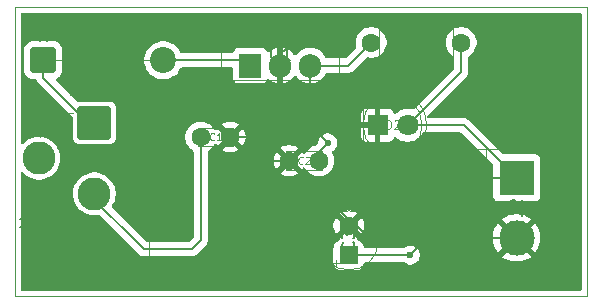
<source format=gbr>
%TF.GenerationSoftware,KiCad,Pcbnew,9.0.2*%
%TF.CreationDate,2025-06-23T12:50:11+05:30*%
%TF.ProjectId,L7805,4c373830-352e-46b6-9963-61645f706362,rev?*%
%TF.SameCoordinates,Original*%
%TF.FileFunction,Legend,Bot*%
%TF.FilePolarity,Positive*%
%FSLAX46Y46*%
G04 Gerber Fmt 4.6, Leading zero omitted, Abs format (unit mm)*
G04 Created by KiCad (PCBNEW 9.0.2) date 2025-06-23 12:50:11*
%MOMM*%
%LPD*%
G01*
G04 APERTURE LIST*
G04 Aperture macros list*
%AMRoundRect*
0 Rectangle with rounded corners*
0 $1 Rounding radius*
0 $2 $3 $4 $5 $6 $7 $8 $9 X,Y pos of 4 corners*
0 Add a 4 corners polygon primitive as box body*
4,1,4,$2,$3,$4,$5,$6,$7,$8,$9,$2,$3,0*
0 Add four circle primitives for the rounded corners*
1,1,$1+$1,$2,$3*
1,1,$1+$1,$4,$5*
1,1,$1+$1,$6,$7*
1,1,$1+$1,$8,$9*
0 Add four rect primitives between the rounded corners*
20,1,$1+$1,$2,$3,$4,$5,0*
20,1,$1+$1,$4,$5,$6,$7,0*
20,1,$1+$1,$6,$7,$8,$9,0*
20,1,$1+$1,$8,$9,$2,$3,0*%
G04 Aperture macros list end*
%ADD10C,0.150000*%
%ADD11C,0.120000*%
%ADD12RoundRect,0.250000X0.550000X-0.550000X0.550000X0.550000X-0.550000X0.550000X-0.550000X-0.550000X0*%
%ADD13C,1.600000*%
%ADD14R,1.905000X2.000000*%
%ADD15O,1.905000X2.000000*%
%ADD16RoundRect,0.249999X-0.850001X-0.850001X0.850001X-0.850001X0.850001X0.850001X-0.850001X0.850001X0*%
%ADD17C,2.200000*%
%ADD18R,1.800000X1.800000*%
%ADD19C,1.800000*%
%ADD20R,3.000000X3.000000*%
%ADD21C,3.000000*%
%ADD22C,2.800000*%
%ADD23RoundRect,0.100000X1.300000X1.300000X-1.300000X1.300000X-1.300000X-1.300000X1.300000X-1.300000X0*%
%TA.AperFunction,ComponentPad*%
%ADD24RoundRect,0.250000X0.550000X-0.550000X0.550000X0.550000X-0.550000X0.550000X-0.550000X-0.550000X0*%
%TD*%
%TA.AperFunction,ComponentPad*%
%ADD25C,1.600000*%
%TD*%
%TA.AperFunction,ComponentPad*%
%ADD26R,1.905000X2.000000*%
%TD*%
%TA.AperFunction,ComponentPad*%
%ADD27O,1.905000X2.000000*%
%TD*%
%TA.AperFunction,ComponentPad*%
%ADD28RoundRect,0.249999X-0.850001X-0.850001X0.850001X-0.850001X0.850001X0.850001X-0.850001X0.850001X0*%
%TD*%
%TA.AperFunction,ComponentPad*%
%ADD29C,2.200000*%
%TD*%
%TA.AperFunction,ComponentPad*%
%ADD30R,1.800000X1.800000*%
%TD*%
%TA.AperFunction,ComponentPad*%
%ADD31C,1.800000*%
%TD*%
%TA.AperFunction,ComponentPad*%
%ADD32R,3.000000X3.000000*%
%TD*%
%TA.AperFunction,ComponentPad*%
%ADD33C,3.000000*%
%TD*%
%TA.AperFunction,ComponentPad*%
%ADD34C,2.600000*%
%TD*%
%TA.AperFunction,ComponentPad*%
%ADD35R,2.600000X2.600000*%
%TD*%
%TA.AperFunction,ViaPad*%
%ADD36C,0.600000*%
%TD*%
%TA.AperFunction,Conductor*%
%ADD37C,0.200000*%
%TD*%
%ADD38C,0.090000*%
%ADD39C,0.100000*%
%TA.AperFunction,Profile*%
%ADD40C,0.050000*%
%TD*%
G04 APERTURE END LIST*
D10*
X155954819Y-111416666D02*
X156669104Y-111416666D01*
X156669104Y-111416666D02*
X156811961Y-111369047D01*
X156811961Y-111369047D02*
X156907200Y-111273809D01*
X156907200Y-111273809D02*
X156954819Y-111130952D01*
X156954819Y-111130952D02*
X156954819Y-111035714D01*
X156954819Y-112416666D02*
X156954819Y-111845238D01*
X156954819Y-112130952D02*
X155954819Y-112130952D01*
X155954819Y-112130952D02*
X156097676Y-112035714D01*
X156097676Y-112035714D02*
X156192914Y-111940476D01*
X156192914Y-111940476D02*
X156240533Y-111845238D01*
D11*
%TO.C,J1*%
X157650000Y-117100000D02*
X166850000Y-117100000D01*
X157650000Y-108100000D02*
X157650000Y-117100000D01*
X157650000Y-102500000D02*
X157650000Y-104500000D01*
X160450000Y-102500000D02*
X157650000Y-102500000D01*
X166850000Y-117100000D02*
X166850000Y-102500000D01*
X166850000Y-102500000D02*
X164050000Y-102500000D01*
X167090000Y-104000000D02*
X167090000Y-102260000D01*
X167090000Y-102260000D02*
X165350000Y-102260000D01*
%TD*%
%LPC*%
D12*
%TO.C,C3*%
X183794888Y-114500000D03*
D13*
X183794888Y-112000000D03*
%TD*%
%TO.C,C2*%
X181250000Y-106500000D03*
X178750000Y-106500000D03*
%TD*%
%TO.C,C1*%
X171250000Y-104500000D03*
X173750000Y-104500000D03*
%TD*%
D14*
%TO.C,U1*%
X175460000Y-98450000D03*
D15*
X178000000Y-98450000D03*
X180540000Y-98450000D03*
%TD*%
D16*
%TO.C,D1*%
X157920000Y-98000000D03*
D17*
X168080000Y-98000000D03*
%TD*%
D13*
%TO.C,R1*%
X185690000Y-96500000D03*
X193310000Y-96500000D03*
%TD*%
D18*
%TO.C,D2*%
X186225000Y-103500000D03*
D19*
X188765000Y-103500000D03*
%TD*%
D20*
%TO.C,J2*%
X198000000Y-107960000D03*
D21*
X198000000Y-113040000D03*
%TD*%
D22*
%TO.C,J1*%
X157550000Y-106300000D03*
X162250000Y-109300000D03*
D23*
X162250000Y-103300000D03*
%TD*%
%LPD*%
D24*
%TO.P,C3,1*%
%TO.N,+5V*%
X183794888Y-114500000D03*
D25*
%TO.P,C3,2*%
%TO.N,GND*%
X183794888Y-112000000D03*
%TD*%
%TO.P,C2,1*%
%TO.N,Net-(U1-OUT)*%
X181250000Y-106500000D03*
%TO.P,C2,2*%
%TO.N,GND*%
X178750000Y-106500000D03*
%TD*%
%TO.P,C1,1*%
%TO.N,Net-(C1-Pad1)*%
X171250000Y-104500000D03*
%TO.P,C1,2*%
%TO.N,GND*%
X173750000Y-104500000D03*
%TD*%
D26*
%TO.P,U1,1,IN*%
%TO.N,Net-(D1-A)*%
X175460000Y-98450000D03*
D27*
%TO.P,U1,2,GND*%
%TO.N,GND*%
X178000000Y-98450000D03*
%TO.P,U1,3,OUT*%
%TO.N,Net-(U1-OUT)*%
X180540000Y-98450000D03*
%TD*%
D28*
%TO.P,D1,1,K*%
%TO.N,+12V*%
X157920000Y-98000000D03*
D29*
%TO.P,D1,2,A*%
%TO.N,Net-(D1-A)*%
X168080000Y-98000000D03*
%TD*%
D25*
%TO.P,R1,1*%
%TO.N,Net-(U1-OUT)*%
X185690000Y-96500000D03*
%TO.P,R1,2*%
%TO.N,+5V*%
X193310000Y-96500000D03*
%TD*%
D30*
%TO.P,D2,1,K*%
%TO.N,GND*%
X186225000Y-103500000D03*
D31*
%TO.P,D2,2,A*%
%TO.N,+5V*%
X188765000Y-103500000D03*
%TD*%
D32*
%TO.P,J2,1,Pin_1*%
%TO.N,+5V*%
X198000000Y-107960000D03*
D33*
%TO.P,J2,2,Pin_2*%
%TO.N,GND*%
X198000000Y-113040000D03*
%TD*%
D34*
%TO.P,J1,3*%
%TO.N,N/C*%
X157550000Y-106300000D03*
%TO.P,J1,2*%
%TO.N,Net-(C1-Pad1)*%
X162250000Y-109300000D03*
D35*
%TO.P,J1,1*%
%TO.N,+12V*%
X162250000Y-103300000D03*
%TD*%
D36*
%TO.N,Net-(U1-OUT)*%
X182000000Y-105000000D03*
%TO.N,+5V*%
X189000000Y-114500000D03*
%TD*%
D37*
%TO.N,Net-(U1-OUT)*%
X182000000Y-105000000D02*
X180540000Y-103540000D01*
X180540000Y-103540000D02*
X180540000Y-98450000D01*
%TO.N,+5V*%
X189000000Y-114500000D02*
X195540000Y-107960000D01*
X195540000Y-107960000D02*
X198000000Y-107960000D01*
%TD*%
D12*
%TO.C,C3*%
X183794888Y-114500000D03*
D13*
X183794888Y-112000000D03*
%TD*%
%TO.C,C2*%
X181250000Y-106500000D03*
X178750000Y-106500000D03*
%TD*%
%TO.C,C1*%
X171250000Y-104500000D03*
X173750000Y-104500000D03*
%TD*%
D14*
%TO.C,U1*%
X175460000Y-98450000D03*
D15*
X178000000Y-98450000D03*
X180540000Y-98450000D03*
%TD*%
D16*
%TO.C,D1*%
X157920000Y-98000000D03*
D17*
X168080000Y-98000000D03*
%TD*%
D13*
%TO.C,R1*%
X185690000Y-96500000D03*
X193310000Y-96500000D03*
%TD*%
D18*
%TO.C,D2*%
X186225000Y-103500000D03*
D19*
X188765000Y-103500000D03*
%TD*%
D20*
%TO.C,J2*%
X198000000Y-107960000D03*
D21*
X198000000Y-113040000D03*
%TD*%
D22*
%TO.C,J1*%
X157550000Y-106300000D03*
X162250000Y-109300000D03*
D23*
X162250000Y-103300000D03*
%TD*%
D24*
%TO.P,C3,1*%
%TO.N,+5V*%
X183794888Y-114500000D03*
D25*
%TO.P,C3,2*%
%TO.N,GND*%
X183794888Y-112000000D03*
%TD*%
%TO.P,C2,1*%
%TO.N,Net-(U1-OUT)*%
X181250000Y-106500000D03*
%TO.P,C2,2*%
%TO.N,GND*%
X178750000Y-106500000D03*
%TD*%
%TO.P,C1,1*%
%TO.N,Net-(C1-Pad1)*%
X171250000Y-104500000D03*
%TO.P,C1,2*%
%TO.N,GND*%
X173750000Y-104500000D03*
%TD*%
D26*
%TO.P,U1,1,IN*%
%TO.N,Net-(D1-A)*%
X175460000Y-98450000D03*
D27*
%TO.P,U1,2,GND*%
%TO.N,GND*%
X178000000Y-98450000D03*
%TO.P,U1,3,OUT*%
%TO.N,Net-(U1-OUT)*%
X180540000Y-98450000D03*
%TD*%
D28*
%TO.P,D1,1,K*%
%TO.N,+12V*%
X157920000Y-98000000D03*
D29*
%TO.P,D1,2,A*%
%TO.N,Net-(D1-A)*%
X168080000Y-98000000D03*
%TD*%
D25*
%TO.P,R1,1*%
%TO.N,Net-(U1-OUT)*%
X185690000Y-96500000D03*
%TO.P,R1,2*%
%TO.N,+5V*%
X193310000Y-96500000D03*
%TD*%
D30*
%TO.P,D2,1,K*%
%TO.N,GND*%
X186225000Y-103500000D03*
D31*
%TO.P,D2,2,A*%
%TO.N,+5V*%
X188765000Y-103500000D03*
%TD*%
D32*
%TO.P,J2,1,Pin_1*%
%TO.N,+5V*%
X198000000Y-107960000D03*
D33*
%TO.P,J2,2,Pin_2*%
%TO.N,GND*%
X198000000Y-113040000D03*
%TD*%
D34*
%TO.P,J1,3*%
%TO.N,N/C*%
X157550000Y-106300000D03*
%TO.P,J1,2*%
%TO.N,Net-(C1-Pad1)*%
X162250000Y-109300000D03*
D35*
%TO.P,J1,1*%
%TO.N,+12V*%
X162250000Y-103300000D03*
%TD*%
D36*
%TO.N,Net-(U1-OUT)*%
X182000000Y-105000000D03*
%TO.N,+5V*%
X189000000Y-114500000D03*
%TD*%
D37*
%TO.N,Net-(C1-Pad1)*%
X171250000Y-113250000D02*
X171250000Y-104500000D01*
X170500000Y-114000000D02*
X171250000Y-113250000D01*
X166450000Y-114000000D02*
X170500000Y-114000000D01*
X161750000Y-109300000D02*
X166450000Y-114000000D01*
%TO.N,Net-(U1-OUT)*%
X181250000Y-105750000D02*
X182000000Y-105000000D01*
X181250000Y-106500000D02*
X181250000Y-105750000D01*
%TO.N,+5V*%
X183794888Y-114500000D02*
X189000000Y-114500000D01*
%TO.N,Net-(U1-OUT)*%
X183740000Y-98450000D02*
X185690000Y-96500000D01*
X180540000Y-98450000D02*
X183740000Y-98450000D01*
%TO.N,+5V*%
X193310000Y-98955000D02*
X188765000Y-103500000D01*
X193310000Y-96500000D02*
X193310000Y-98955000D01*
X193540000Y-103500000D02*
X198000000Y-107960000D01*
X188765000Y-103500000D02*
X193540000Y-103500000D01*
%TO.N,GND*%
X185540000Y-113040000D02*
X198000000Y-113040000D01*
X184500000Y-112000000D02*
X185540000Y-113040000D01*
X183794888Y-112000000D02*
X184500000Y-112000000D01*
X181750000Y-103500000D02*
X186225000Y-103500000D01*
X178750000Y-106500000D02*
X181750000Y-103500000D01*
X183794888Y-111544888D02*
X183794888Y-112000000D01*
X178750000Y-106500000D02*
X183794888Y-111544888D01*
X175500000Y-104500000D02*
X173750000Y-104500000D01*
X177500000Y-106500000D02*
X175500000Y-104500000D01*
X178750000Y-106500000D02*
X177500000Y-106500000D01*
X178000000Y-100250000D02*
X173750000Y-104500000D01*
X178000000Y-98450000D02*
X178000000Y-100250000D01*
%TO.N,Net-(D1-A)*%
X175010000Y-98000000D02*
X175460000Y-98450000D01*
X168080000Y-98000000D02*
X175010000Y-98000000D01*
%TO.N,+12V*%
X161750000Y-103300000D02*
X157920000Y-99470000D01*
X157920000Y-99470000D02*
X157920000Y-98000000D01*
X162000000Y-103000000D02*
X161750000Y-103250000D01*
X161750000Y-103300000D02*
X161750000Y-103250000D01*
%TD*%
%TA.AperFunction,Conductor*%
%TO.N,GND*%
G36*
X203442539Y-94020185D02*
G01*
X203488294Y-94072989D01*
X203499500Y-94124500D01*
X203499500Y-117375500D01*
X203479815Y-117442539D01*
X203427011Y-117488294D01*
X203375500Y-117499500D01*
X156124500Y-117499500D01*
X156057461Y-117479815D01*
X156011706Y-117427011D01*
X156000500Y-117375500D01*
X156000500Y-109181995D01*
X160449500Y-109181995D01*
X160449500Y-109418004D01*
X160449501Y-109418020D01*
X160461330Y-109507873D01*
X160480307Y-109652014D01*
X160493791Y-109702335D01*
X160541394Y-109879993D01*
X160631714Y-110098045D01*
X160631719Y-110098056D01*
X160702677Y-110220957D01*
X160749727Y-110302450D01*
X160749729Y-110302453D01*
X160749730Y-110302454D01*
X160893406Y-110489697D01*
X160893412Y-110489704D01*
X161060295Y-110656587D01*
X161060301Y-110656592D01*
X161247550Y-110800273D01*
X161378918Y-110876118D01*
X161451943Y-110918280D01*
X161451948Y-110918282D01*
X161451951Y-110918284D01*
X161670007Y-111008606D01*
X161897986Y-111069693D01*
X162131989Y-111100500D01*
X162131996Y-111100500D01*
X162368004Y-111100500D01*
X162368011Y-111100500D01*
X162601868Y-111069712D01*
X162670903Y-111080478D01*
X162705734Y-111104970D01*
X166081284Y-114480520D01*
X166081286Y-114480521D01*
X166081290Y-114480524D01*
X166218209Y-114559573D01*
X166218216Y-114559577D01*
X166370943Y-114600501D01*
X166370945Y-114600501D01*
X166536654Y-114600501D01*
X166536670Y-114600500D01*
X170413331Y-114600500D01*
X170413347Y-114600501D01*
X170420943Y-114600501D01*
X170579054Y-114600501D01*
X170579057Y-114600501D01*
X170731785Y-114559577D01*
X170781904Y-114530639D01*
X170868716Y-114480520D01*
X170980520Y-114368716D01*
X170980520Y-114368714D01*
X170990728Y-114358507D01*
X170990730Y-114358504D01*
X171449251Y-113899983D01*
X182494388Y-113899983D01*
X182494388Y-115100001D01*
X182494389Y-115100018D01*
X182504888Y-115202796D01*
X182504889Y-115202799D01*
X182560073Y-115369331D01*
X182560074Y-115369334D01*
X182652176Y-115518656D01*
X182776232Y-115642712D01*
X182925554Y-115734814D01*
X183092091Y-115789999D01*
X183194879Y-115800500D01*
X184394896Y-115800499D01*
X184497685Y-115789999D01*
X184664222Y-115734814D01*
X184813544Y-115642712D01*
X184937600Y-115518656D01*
X185029702Y-115369334D01*
X185084887Y-115202797D01*
X185084887Y-115202793D01*
X185085800Y-115198533D01*
X185119087Y-115137102D01*
X185180302Y-115103419D01*
X185207051Y-115100500D01*
X188420234Y-115100500D01*
X188487273Y-115120185D01*
X188489125Y-115121398D01*
X188620814Y-115209390D01*
X188620827Y-115209397D01*
X188766498Y-115269735D01*
X188766503Y-115269737D01*
X188921153Y-115300499D01*
X188921156Y-115300500D01*
X188921158Y-115300500D01*
X189078844Y-115300500D01*
X189078845Y-115300499D01*
X189233497Y-115269737D01*
X189379179Y-115209394D01*
X189510289Y-115121789D01*
X189621789Y-115010289D01*
X189709394Y-114879179D01*
X189769737Y-114733497D01*
X189800500Y-114578842D01*
X189800500Y-114421158D01*
X189800500Y-114421155D01*
X189800499Y-114421153D01*
X189769737Y-114266503D01*
X189722937Y-114153516D01*
X189709397Y-114120827D01*
X189709390Y-114120814D01*
X189621789Y-113989711D01*
X189621786Y-113989707D01*
X189510292Y-113878213D01*
X189510288Y-113878210D01*
X189379185Y-113790609D01*
X189379172Y-113790602D01*
X189233501Y-113730264D01*
X189233489Y-113730261D01*
X189078845Y-113699500D01*
X189078842Y-113699500D01*
X188921158Y-113699500D01*
X188921155Y-113699500D01*
X188766510Y-113730261D01*
X188766498Y-113730264D01*
X188620827Y-113790602D01*
X188620814Y-113790609D01*
X188489125Y-113878602D01*
X188422447Y-113899480D01*
X188420234Y-113899500D01*
X185207051Y-113899500D01*
X185140012Y-113879815D01*
X185094257Y-113827011D01*
X185085799Y-113801459D01*
X185084888Y-113797207D01*
X185082701Y-113790606D01*
X185029702Y-113630666D01*
X184937600Y-113481344D01*
X184813544Y-113357288D01*
X184664222Y-113265186D01*
X184602446Y-113244715D01*
X184545003Y-113204943D01*
X184518180Y-113140427D01*
X184517834Y-113117280D01*
X184520809Y-113079473D01*
X184433871Y-112992535D01*
X184350241Y-112908905D01*
X196000000Y-112908905D01*
X196000000Y-113171094D01*
X196034220Y-113431009D01*
X196034222Y-113431020D01*
X196102075Y-113684255D01*
X196202404Y-113926471D01*
X196202409Y-113926482D01*
X196333488Y-114153516D01*
X196333494Y-114153524D01*
X196420080Y-114266365D01*
X197314767Y-113371677D01*
X197326497Y-113399995D01*
X197409670Y-113524472D01*
X197515528Y-113630330D01*
X197640005Y-113713503D01*
X197668320Y-113725231D01*
X196773633Y-114619917D01*
X196773633Y-114619918D01*
X196886475Y-114706505D01*
X196886483Y-114706511D01*
X197113517Y-114837590D01*
X197113528Y-114837595D01*
X197355744Y-114937924D01*
X197608979Y-115005777D01*
X197608990Y-115005779D01*
X197868905Y-115039999D01*
X197868920Y-115040000D01*
X198131080Y-115040000D01*
X198131094Y-115039999D01*
X198391009Y-115005779D01*
X198391020Y-115005777D01*
X198644255Y-114937924D01*
X198886471Y-114837595D01*
X198886482Y-114837590D01*
X199113516Y-114706511D01*
X199113534Y-114706499D01*
X199226365Y-114619919D01*
X199226365Y-114619917D01*
X198331679Y-113725231D01*
X198359995Y-113713503D01*
X198484472Y-113630330D01*
X198590330Y-113524472D01*
X198673503Y-113399995D01*
X198685231Y-113371679D01*
X199579917Y-114266365D01*
X199579919Y-114266365D01*
X199666499Y-114153534D01*
X199666511Y-114153516D01*
X199797590Y-113926482D01*
X199797595Y-113926471D01*
X199897924Y-113684255D01*
X199965777Y-113431020D01*
X199965779Y-113431009D01*
X199999999Y-113171094D01*
X200000000Y-113171080D01*
X200000000Y-112908919D01*
X199999999Y-112908905D01*
X199965779Y-112648990D01*
X199965777Y-112648979D01*
X199897924Y-112395744D01*
X199797595Y-112153528D01*
X199797590Y-112153517D01*
X199666511Y-111926483D01*
X199666505Y-111926475D01*
X199579918Y-111813633D01*
X199579917Y-111813633D01*
X198685231Y-112708320D01*
X198673503Y-112680005D01*
X198590330Y-112555528D01*
X198484472Y-112449670D01*
X198359995Y-112366497D01*
X198331677Y-112354767D01*
X199226365Y-111460080D01*
X199113524Y-111373494D01*
X199113516Y-111373488D01*
X198886482Y-111242409D01*
X198886471Y-111242404D01*
X198644255Y-111142075D01*
X198391020Y-111074222D01*
X198391009Y-111074220D01*
X198131094Y-111040000D01*
X197868905Y-111040000D01*
X197608990Y-111074220D01*
X197608979Y-111074222D01*
X197355744Y-111142075D01*
X197113528Y-111242404D01*
X197113517Y-111242409D01*
X196886471Y-111373496D01*
X196773633Y-111460079D01*
X196773633Y-111460080D01*
X197668321Y-112354768D01*
X197640005Y-112366497D01*
X197515528Y-112449670D01*
X197409670Y-112555528D01*
X197326497Y-112680005D01*
X197314768Y-112708321D01*
X196420080Y-111813633D01*
X196420079Y-111813633D01*
X196333496Y-111926471D01*
X196202409Y-112153517D01*
X196202404Y-112153528D01*
X196102075Y-112395744D01*
X196034222Y-112648979D01*
X196034220Y-112648990D01*
X196000000Y-112908905D01*
X184350241Y-112908905D01*
X183841335Y-112400000D01*
X183847549Y-112400000D01*
X183949282Y-112372741D01*
X184040494Y-112320080D01*
X184114968Y-112245606D01*
X184167629Y-112154394D01*
X184194888Y-112052661D01*
X184194888Y-112046447D01*
X184874362Y-112725921D01*
X184906747Y-112681349D01*
X184999643Y-112499031D01*
X185062878Y-112304417D01*
X185094888Y-112102317D01*
X185094888Y-111897682D01*
X185062878Y-111695582D01*
X185014389Y-111546352D01*
X185014388Y-111546350D01*
X184999643Y-111500970D01*
X184906747Y-111318650D01*
X184874362Y-111274077D01*
X184874362Y-111274076D01*
X184194888Y-111953551D01*
X184194888Y-111947339D01*
X184167629Y-111845606D01*
X184114968Y-111754394D01*
X184040494Y-111679920D01*
X183949282Y-111627259D01*
X183847549Y-111600000D01*
X183841334Y-111600000D01*
X184520810Y-110920524D01*
X184520809Y-110920523D01*
X184476247Y-110888147D01*
X184476238Y-110888141D01*
X184293919Y-110795244D01*
X184099305Y-110732009D01*
X183897205Y-110700000D01*
X183692571Y-110700000D01*
X183490470Y-110732009D01*
X183295856Y-110795244D01*
X183113532Y-110888143D01*
X183068965Y-110920523D01*
X183068965Y-110920524D01*
X183748442Y-111600000D01*
X183742227Y-111600000D01*
X183640494Y-111627259D01*
X183549282Y-111679920D01*
X183474808Y-111754394D01*
X183422147Y-111845606D01*
X183394888Y-111947339D01*
X183394888Y-111953553D01*
X182715412Y-111274077D01*
X182715411Y-111274077D01*
X182683031Y-111318644D01*
X182590132Y-111500968D01*
X182526897Y-111695582D01*
X182494888Y-111897682D01*
X182494888Y-112102317D01*
X182526897Y-112304417D01*
X182590132Y-112499031D01*
X182683029Y-112681350D01*
X182683035Y-112681359D01*
X182715411Y-112725921D01*
X182715412Y-112725922D01*
X183394888Y-112046446D01*
X183394888Y-112052661D01*
X183422147Y-112154394D01*
X183474808Y-112245606D01*
X183549282Y-112320080D01*
X183640494Y-112372741D01*
X183742227Y-112400000D01*
X183748441Y-112400000D01*
X183068964Y-113079474D01*
X183071940Y-113117282D01*
X183057575Y-113185659D01*
X183008524Y-113235415D01*
X182987328Y-113244715D01*
X182925560Y-113265184D01*
X182925551Y-113265187D01*
X182776230Y-113357289D01*
X182652177Y-113481342D01*
X182560075Y-113630663D01*
X182560074Y-113630666D01*
X182504889Y-113797203D01*
X182504889Y-113797204D01*
X182504888Y-113797204D01*
X182494388Y-113899983D01*
X171449251Y-113899983D01*
X171618713Y-113730521D01*
X171618716Y-113730520D01*
X171730520Y-113618716D01*
X171780639Y-113531904D01*
X171809577Y-113481785D01*
X171850500Y-113329057D01*
X171850500Y-113170943D01*
X171850500Y-106397682D01*
X177450000Y-106397682D01*
X177450000Y-106602317D01*
X177482009Y-106804417D01*
X177545244Y-106999031D01*
X177638141Y-107181350D01*
X177638147Y-107181359D01*
X177670523Y-107225921D01*
X177670524Y-107225922D01*
X178350000Y-106546446D01*
X178350000Y-106552661D01*
X178377259Y-106654394D01*
X178429920Y-106745606D01*
X178504394Y-106820080D01*
X178595606Y-106872741D01*
X178697339Y-106900000D01*
X178703553Y-106900000D01*
X178024076Y-107579474D01*
X178068650Y-107611859D01*
X178250968Y-107704755D01*
X178445582Y-107767990D01*
X178647683Y-107800000D01*
X178852317Y-107800000D01*
X179054417Y-107767990D01*
X179249031Y-107704755D01*
X179431349Y-107611859D01*
X179475921Y-107579474D01*
X178796447Y-106900000D01*
X178802661Y-106900000D01*
X178904394Y-106872741D01*
X178995606Y-106820080D01*
X179070080Y-106745606D01*
X179122741Y-106654394D01*
X179150000Y-106552661D01*
X179150000Y-106546447D01*
X179829474Y-107225921D01*
X179861859Y-107181349D01*
X179889233Y-107127624D01*
X179937207Y-107076827D01*
X180005028Y-107060031D01*
X180071163Y-107082567D01*
X180110203Y-107127621D01*
X180137713Y-107181611D01*
X180258028Y-107347213D01*
X180402786Y-107491971D01*
X180523226Y-107579474D01*
X180568390Y-107612287D01*
X180684607Y-107671503D01*
X180750776Y-107705218D01*
X180750778Y-107705218D01*
X180750781Y-107705220D01*
X180855137Y-107739127D01*
X180945465Y-107768477D01*
X181046557Y-107784488D01*
X181147648Y-107800500D01*
X181147649Y-107800500D01*
X181352351Y-107800500D01*
X181352352Y-107800500D01*
X181554534Y-107768477D01*
X181749219Y-107705220D01*
X181931610Y-107612287D01*
X182044448Y-107530306D01*
X182097213Y-107491971D01*
X182097215Y-107491968D01*
X182097219Y-107491966D01*
X182241966Y-107347219D01*
X182241968Y-107347215D01*
X182241971Y-107347213D01*
X182294732Y-107274590D01*
X182362287Y-107181610D01*
X182455220Y-106999219D01*
X182518477Y-106804534D01*
X182550500Y-106602352D01*
X182550500Y-106397648D01*
X182542257Y-106345606D01*
X182518477Y-106195465D01*
X182460231Y-106016204D01*
X182455220Y-106000781D01*
X182455218Y-106000778D01*
X182455218Y-106000776D01*
X182375171Y-105843676D01*
X182362275Y-105775007D01*
X182388551Y-105710266D01*
X182416761Y-105684282D01*
X182510289Y-105621789D01*
X182621789Y-105510289D01*
X182709394Y-105379179D01*
X182769737Y-105233497D01*
X182800500Y-105078842D01*
X182800500Y-104921158D01*
X182800500Y-104921155D01*
X182800499Y-104921153D01*
X182795018Y-104893598D01*
X182769737Y-104766503D01*
X182769735Y-104766498D01*
X182709397Y-104620827D01*
X182709390Y-104620814D01*
X182621789Y-104489711D01*
X182621786Y-104489707D01*
X182510292Y-104378213D01*
X182510288Y-104378210D01*
X182379185Y-104290609D01*
X182379172Y-104290602D01*
X182233501Y-104230264D01*
X182233489Y-104230261D01*
X182078845Y-104199500D01*
X182078842Y-104199500D01*
X181921158Y-104199500D01*
X181921155Y-104199500D01*
X181766510Y-104230261D01*
X181766498Y-104230264D01*
X181620827Y-104290602D01*
X181620814Y-104290609D01*
X181489711Y-104378210D01*
X181489707Y-104378213D01*
X181378213Y-104489707D01*
X181378210Y-104489711D01*
X181290609Y-104620814D01*
X181290602Y-104620827D01*
X181230264Y-104766498D01*
X181230261Y-104766508D01*
X181199361Y-104921850D01*
X181166976Y-104983761D01*
X181165425Y-104985339D01*
X180927671Y-105223093D01*
X180878309Y-105253343D01*
X180750776Y-105294781D01*
X180568386Y-105387715D01*
X180402786Y-105508028D01*
X180258028Y-105652786D01*
X180137714Y-105818386D01*
X180110203Y-105872379D01*
X180062227Y-105923174D01*
X179994406Y-105939968D01*
X179928272Y-105917429D01*
X179889234Y-105872376D01*
X179861861Y-105818652D01*
X179829474Y-105774077D01*
X179829474Y-105774076D01*
X179150000Y-106453551D01*
X179150000Y-106447339D01*
X179122741Y-106345606D01*
X179070080Y-106254394D01*
X178995606Y-106179920D01*
X178904394Y-106127259D01*
X178802661Y-106100000D01*
X178796446Y-106100000D01*
X179475922Y-105420524D01*
X179475921Y-105420523D01*
X179431359Y-105388147D01*
X179431350Y-105388141D01*
X179249031Y-105295244D01*
X179054417Y-105232009D01*
X178852317Y-105200000D01*
X178647683Y-105200000D01*
X178445582Y-105232009D01*
X178250968Y-105295244D01*
X178068644Y-105388143D01*
X178024077Y-105420523D01*
X178024077Y-105420524D01*
X178703554Y-106100000D01*
X178697339Y-106100000D01*
X178595606Y-106127259D01*
X178504394Y-106179920D01*
X178429920Y-106254394D01*
X178377259Y-106345606D01*
X178350000Y-106447339D01*
X178350000Y-106453553D01*
X177670524Y-105774077D01*
X177670523Y-105774077D01*
X177638143Y-105818644D01*
X177545244Y-106000968D01*
X177482009Y-106195582D01*
X177450000Y-106397682D01*
X171850500Y-106397682D01*
X171850500Y-105729601D01*
X171870185Y-105662562D01*
X171918206Y-105619116D01*
X171931610Y-105612287D01*
X172097219Y-105491966D01*
X172241966Y-105347219D01*
X172241968Y-105347215D01*
X172241971Y-105347213D01*
X172362286Y-105181611D01*
X172362415Y-105181359D01*
X172389795Y-105127621D01*
X172437769Y-105076826D01*
X172505589Y-105060030D01*
X172571725Y-105082567D01*
X172610765Y-105127621D01*
X172638141Y-105181350D01*
X172638147Y-105181359D01*
X172670523Y-105225921D01*
X172670524Y-105225922D01*
X173350000Y-104546446D01*
X173350000Y-104552661D01*
X173377259Y-104654394D01*
X173429920Y-104745606D01*
X173504394Y-104820080D01*
X173595606Y-104872741D01*
X173697339Y-104900000D01*
X173703553Y-104900000D01*
X173024076Y-105579474D01*
X173068650Y-105611859D01*
X173250968Y-105704755D01*
X173445582Y-105767990D01*
X173647683Y-105800000D01*
X173852317Y-105800000D01*
X174054417Y-105767990D01*
X174249031Y-105704755D01*
X174431349Y-105611859D01*
X174475921Y-105579474D01*
X174475922Y-105579474D01*
X174451912Y-105555464D01*
X173796447Y-104900000D01*
X173802661Y-104900000D01*
X173904394Y-104872741D01*
X173995606Y-104820080D01*
X174070080Y-104745606D01*
X174122741Y-104654394D01*
X174150000Y-104552661D01*
X174150000Y-104546448D01*
X174829474Y-105225922D01*
X174829474Y-105225921D01*
X174861859Y-105181349D01*
X174954755Y-104999031D01*
X175017990Y-104804417D01*
X175050000Y-104602317D01*
X175050000Y-104397682D01*
X175017990Y-104195582D01*
X174954755Y-104000968D01*
X174861859Y-103818650D01*
X174829474Y-103774077D01*
X174829474Y-103774076D01*
X174150000Y-104453551D01*
X174150000Y-104447339D01*
X174122741Y-104345606D01*
X174070080Y-104254394D01*
X173995606Y-104179920D01*
X173904394Y-104127259D01*
X173802661Y-104100000D01*
X173796446Y-104100000D01*
X174475922Y-103420524D01*
X174475921Y-103420523D01*
X174431359Y-103388147D01*
X174431350Y-103388141D01*
X174249031Y-103295244D01*
X174054417Y-103232009D01*
X173852317Y-103200000D01*
X173647683Y-103200000D01*
X173445582Y-103232009D01*
X173250968Y-103295244D01*
X173068644Y-103388143D01*
X173024077Y-103420523D01*
X173024077Y-103420524D01*
X173703554Y-104100000D01*
X173697339Y-104100000D01*
X173595606Y-104127259D01*
X173504394Y-104179920D01*
X173429920Y-104254394D01*
X173377259Y-104345606D01*
X173350000Y-104447339D01*
X173350000Y-104453553D01*
X172670524Y-103774077D01*
X172670523Y-103774077D01*
X172638143Y-103818644D01*
X172610765Y-103872378D01*
X172562790Y-103923174D01*
X172494969Y-103939969D01*
X172428834Y-103917431D01*
X172389795Y-103872378D01*
X172383534Y-103860090D01*
X172362287Y-103818390D01*
X172362285Y-103818387D01*
X172362284Y-103818385D01*
X172241971Y-103652786D01*
X172097213Y-103508028D01*
X171931613Y-103387715D01*
X171931612Y-103387714D01*
X171931610Y-103387713D01*
X171874653Y-103358691D01*
X171749223Y-103294781D01*
X171554534Y-103231522D01*
X171379995Y-103203878D01*
X171352352Y-103199500D01*
X171147648Y-103199500D01*
X171123329Y-103203351D01*
X170945465Y-103231522D01*
X170750776Y-103294781D01*
X170568386Y-103387715D01*
X170402786Y-103508028D01*
X170258028Y-103652786D01*
X170137715Y-103818386D01*
X170044781Y-104000776D01*
X169981522Y-104195465D01*
X169949500Y-104397648D01*
X169949500Y-104602351D01*
X169981522Y-104804534D01*
X170044781Y-104999223D01*
X170085000Y-105078156D01*
X170137585Y-105181359D01*
X170137715Y-105181613D01*
X170258028Y-105347213D01*
X170258034Y-105347219D01*
X170402781Y-105491966D01*
X170568390Y-105612287D01*
X170581793Y-105619116D01*
X170632589Y-105667088D01*
X170649500Y-105729601D01*
X170649500Y-112949903D01*
X170629815Y-113016942D01*
X170613181Y-113037584D01*
X170287584Y-113363181D01*
X170226261Y-113396666D01*
X170199903Y-113399500D01*
X166750098Y-113399500D01*
X166683059Y-113379815D01*
X166662417Y-113363181D01*
X163762654Y-110463418D01*
X163729169Y-110402095D01*
X163734153Y-110332403D01*
X163748652Y-110306252D01*
X163748016Y-110305827D01*
X163750262Y-110302463D01*
X163750273Y-110302450D01*
X163868284Y-110098049D01*
X163958606Y-109879993D01*
X164019693Y-109652014D01*
X164050500Y-109418011D01*
X164050500Y-109181989D01*
X164019693Y-108947986D01*
X163958606Y-108720007D01*
X163868284Y-108501951D01*
X163868282Y-108501948D01*
X163868280Y-108501943D01*
X163826118Y-108428918D01*
X163750273Y-108297550D01*
X163606592Y-108110301D01*
X163606587Y-108110295D01*
X163439704Y-107943412D01*
X163439697Y-107943406D01*
X163252454Y-107799730D01*
X163252453Y-107799729D01*
X163252450Y-107799727D01*
X163170957Y-107752677D01*
X163048056Y-107681719D01*
X163048045Y-107681714D01*
X162829993Y-107591394D01*
X162602010Y-107530306D01*
X162368020Y-107499501D01*
X162368017Y-107499500D01*
X162368011Y-107499500D01*
X162131989Y-107499500D01*
X162131983Y-107499500D01*
X162131979Y-107499501D01*
X161897989Y-107530306D01*
X161670006Y-107591394D01*
X161451954Y-107681714D01*
X161451943Y-107681719D01*
X161247545Y-107799730D01*
X161060302Y-107943406D01*
X161060295Y-107943412D01*
X160893412Y-108110295D01*
X160893406Y-108110302D01*
X160749730Y-108297545D01*
X160631719Y-108501943D01*
X160631714Y-108501954D01*
X160541394Y-108720006D01*
X160480306Y-108947989D01*
X160449501Y-109181979D01*
X160449500Y-109181995D01*
X156000500Y-109181995D01*
X156000500Y-107596154D01*
X156020185Y-107529115D01*
X156072989Y-107483360D01*
X156142147Y-107473416D01*
X156205703Y-107502441D01*
X156212181Y-107508473D01*
X156360295Y-107656587D01*
X156360302Y-107656593D01*
X156393043Y-107681716D01*
X156547550Y-107800273D01*
X156678918Y-107876118D01*
X156751943Y-107918280D01*
X156751948Y-107918282D01*
X156751951Y-107918284D01*
X156970007Y-108008606D01*
X157197986Y-108069693D01*
X157431989Y-108100500D01*
X157431996Y-108100500D01*
X157668004Y-108100500D01*
X157668011Y-108100500D01*
X157902014Y-108069693D01*
X158129993Y-108008606D01*
X158348049Y-107918284D01*
X158552450Y-107800273D01*
X158739699Y-107656592D01*
X158906592Y-107489699D01*
X159050273Y-107302450D01*
X159168284Y-107098049D01*
X159258606Y-106879993D01*
X159319693Y-106652014D01*
X159350500Y-106418011D01*
X159350500Y-106181989D01*
X159319693Y-105947986D01*
X159258606Y-105720007D01*
X159168284Y-105501951D01*
X159168282Y-105501948D01*
X159168280Y-105501943D01*
X159121272Y-105420524D01*
X159050273Y-105297550D01*
X159001127Y-105233501D01*
X158906591Y-105110299D01*
X158739704Y-104943412D01*
X158739697Y-104943406D01*
X158552454Y-104799730D01*
X158552453Y-104799729D01*
X158552450Y-104799727D01*
X158458710Y-104745606D01*
X158348056Y-104681719D01*
X158348045Y-104681714D01*
X158129993Y-104591394D01*
X157902014Y-104530307D01*
X157902013Y-104530306D01*
X157902010Y-104530306D01*
X157668020Y-104499501D01*
X157668017Y-104499500D01*
X157668011Y-104499500D01*
X157431989Y-104499500D01*
X157431983Y-104499500D01*
X157431979Y-104499501D01*
X157197989Y-104530306D01*
X156970006Y-104591394D01*
X156751954Y-104681714D01*
X156751943Y-104681719D01*
X156560909Y-104792014D01*
X156550722Y-104797896D01*
X156547545Y-104799730D01*
X156360302Y-104943406D01*
X156360295Y-104943412D01*
X156212181Y-105091527D01*
X156150858Y-105125012D01*
X156081166Y-105120028D01*
X156025233Y-105078156D01*
X156000816Y-105012692D01*
X156000500Y-105003846D01*
X156000500Y-97099982D01*
X156319500Y-97099982D01*
X156319500Y-98900017D01*
X156330000Y-99002796D01*
X156385185Y-99169332D01*
X156385187Y-99169337D01*
X156395949Y-99186785D01*
X156477288Y-99318656D01*
X156601344Y-99442712D01*
X156750665Y-99534814D01*
X156917202Y-99589999D01*
X157019990Y-99600500D01*
X157238135Y-99600500D01*
X157305174Y-99620185D01*
X157350044Y-99671092D01*
X157354957Y-99681386D01*
X157360423Y-99701785D01*
X157382612Y-99740217D01*
X157421483Y-99807544D01*
X157439479Y-99838714D01*
X157439481Y-99838717D01*
X157558349Y-99957585D01*
X157558355Y-99957590D01*
X160413181Y-102812416D01*
X160446666Y-102873739D01*
X160449500Y-102900097D01*
X160449500Y-104647870D01*
X160449501Y-104647876D01*
X160455908Y-104707483D01*
X160506202Y-104842328D01*
X160506206Y-104842335D01*
X160592452Y-104957544D01*
X160592455Y-104957547D01*
X160707664Y-105043793D01*
X160707671Y-105043797D01*
X160842517Y-105094091D01*
X160842516Y-105094091D01*
X160849444Y-105094835D01*
X160902127Y-105100500D01*
X163597872Y-105100499D01*
X163657483Y-105094091D01*
X163792331Y-105043796D01*
X163907546Y-104957546D01*
X163993796Y-104842331D01*
X164044091Y-104707483D01*
X164050500Y-104647873D01*
X164050499Y-102552155D01*
X184825000Y-102552155D01*
X184825000Y-103250000D01*
X185849722Y-103250000D01*
X185805667Y-103326306D01*
X185775000Y-103440756D01*
X185775000Y-103559244D01*
X185805667Y-103673694D01*
X185849722Y-103750000D01*
X184825000Y-103750000D01*
X184825000Y-104447844D01*
X184831401Y-104507372D01*
X184831403Y-104507379D01*
X184881645Y-104642086D01*
X184881649Y-104642093D01*
X184967809Y-104757187D01*
X184967812Y-104757190D01*
X185082906Y-104843350D01*
X185082913Y-104843354D01*
X185217620Y-104893596D01*
X185217627Y-104893598D01*
X185277155Y-104899999D01*
X185277172Y-104900000D01*
X185975000Y-104900000D01*
X185975000Y-103875277D01*
X186051306Y-103919333D01*
X186165756Y-103950000D01*
X186284244Y-103950000D01*
X186398694Y-103919333D01*
X186475000Y-103875277D01*
X186475000Y-104900000D01*
X187172828Y-104900000D01*
X187172844Y-104899999D01*
X187232372Y-104893598D01*
X187232379Y-104893596D01*
X187367086Y-104843354D01*
X187367093Y-104843350D01*
X187482187Y-104757190D01*
X187482190Y-104757187D01*
X187568350Y-104642093D01*
X187568354Y-104642086D01*
X187598213Y-104562031D01*
X187640084Y-104506097D01*
X187705548Y-104481680D01*
X187773821Y-104496531D01*
X187802076Y-104517683D01*
X187852636Y-104568243D01*
X187852641Y-104568247D01*
X187962226Y-104647864D01*
X188030978Y-104697815D01*
X188147501Y-104757187D01*
X188227393Y-104797895D01*
X188227396Y-104797896D01*
X188295673Y-104820080D01*
X188437049Y-104866015D01*
X188654778Y-104900500D01*
X188654779Y-104900500D01*
X188875221Y-104900500D01*
X188875222Y-104900500D01*
X189092951Y-104866015D01*
X189302606Y-104797895D01*
X189499022Y-104697815D01*
X189677365Y-104568242D01*
X189833242Y-104412365D01*
X189962815Y-104234022D01*
X189980405Y-104199500D01*
X189996352Y-104168204D01*
X190044326Y-104117409D01*
X190106836Y-104100500D01*
X193239903Y-104100500D01*
X193306942Y-104120185D01*
X193327584Y-104136819D01*
X195963181Y-106772416D01*
X195996666Y-106833739D01*
X195999500Y-106860097D01*
X195999500Y-109507870D01*
X195999501Y-109507876D01*
X196005908Y-109567483D01*
X196056202Y-109702328D01*
X196056206Y-109702335D01*
X196142452Y-109817544D01*
X196142455Y-109817547D01*
X196257664Y-109903793D01*
X196257671Y-109903797D01*
X196392517Y-109954091D01*
X196392516Y-109954091D01*
X196399444Y-109954835D01*
X196452127Y-109960500D01*
X199547872Y-109960499D01*
X199607483Y-109954091D01*
X199742331Y-109903796D01*
X199857546Y-109817546D01*
X199943796Y-109702331D01*
X199994091Y-109567483D01*
X200000500Y-109507873D01*
X200000499Y-106412128D01*
X199994091Y-106352517D01*
X199991513Y-106345606D01*
X199943797Y-106217671D01*
X199943793Y-106217664D01*
X199857547Y-106102455D01*
X199857544Y-106102452D01*
X199742335Y-106016206D01*
X199742328Y-106016202D01*
X199607482Y-105965908D01*
X199607483Y-105965908D01*
X199547883Y-105959501D01*
X199547881Y-105959500D01*
X199547873Y-105959500D01*
X199547865Y-105959500D01*
X196900097Y-105959500D01*
X196833058Y-105939815D01*
X196812416Y-105923181D01*
X194027590Y-103138355D01*
X194027588Y-103138352D01*
X193908717Y-103019481D01*
X193908716Y-103019480D01*
X193809839Y-102962394D01*
X193809838Y-102962393D01*
X193771783Y-102940422D01*
X193715881Y-102925443D01*
X193619057Y-102899499D01*
X193460943Y-102899499D01*
X193453347Y-102899499D01*
X193453331Y-102899500D01*
X190514097Y-102899500D01*
X190447058Y-102879815D01*
X190401303Y-102827011D01*
X190391359Y-102757853D01*
X190420384Y-102694297D01*
X190426416Y-102687819D01*
X191646649Y-101467586D01*
X193790520Y-99323716D01*
X193869577Y-99186784D01*
X193910501Y-99034057D01*
X193910501Y-98875942D01*
X193910501Y-98868347D01*
X193910500Y-98868329D01*
X193910500Y-97729601D01*
X193930185Y-97662562D01*
X193978206Y-97619116D01*
X193991610Y-97612287D01*
X194157219Y-97491966D01*
X194301966Y-97347219D01*
X194301968Y-97347215D01*
X194301971Y-97347213D01*
X194382753Y-97236024D01*
X194422287Y-97181610D01*
X194515220Y-96999219D01*
X194578477Y-96804534D01*
X194610500Y-96602352D01*
X194610500Y-96397648D01*
X194578477Y-96195466D01*
X194515220Y-96000781D01*
X194515218Y-96000778D01*
X194515218Y-96000776D01*
X194481503Y-95934607D01*
X194422287Y-95818390D01*
X194414556Y-95807749D01*
X194301971Y-95652786D01*
X194157213Y-95508028D01*
X193991613Y-95387715D01*
X193991612Y-95387714D01*
X193991610Y-95387713D01*
X193934653Y-95358691D01*
X193809223Y-95294781D01*
X193614534Y-95231522D01*
X193439995Y-95203878D01*
X193412352Y-95199500D01*
X193207648Y-95199500D01*
X193183329Y-95203351D01*
X193005465Y-95231522D01*
X192810776Y-95294781D01*
X192628386Y-95387715D01*
X192462786Y-95508028D01*
X192318028Y-95652786D01*
X192197715Y-95818386D01*
X192104781Y-96000776D01*
X192041522Y-96195465D01*
X192009500Y-96397648D01*
X192009500Y-96602351D01*
X192041522Y-96804534D01*
X192104781Y-96999223D01*
X192197715Y-97181613D01*
X192318028Y-97347213D01*
X192318034Y-97347219D01*
X192462781Y-97491966D01*
X192628390Y-97612287D01*
X192641793Y-97619116D01*
X192692589Y-97667088D01*
X192709500Y-97729601D01*
X192709500Y-98654902D01*
X192689815Y-98721941D01*
X192673181Y-98742583D01*
X189289202Y-102126561D01*
X189227879Y-102160046D01*
X189163203Y-102156811D01*
X189138584Y-102148812D01*
X189092952Y-102133985D01*
X188984086Y-102116742D01*
X188875222Y-102099500D01*
X188654778Y-102099500D01*
X188582201Y-102110995D01*
X188437047Y-102133985D01*
X188227396Y-102202103D01*
X188227393Y-102202104D01*
X188030974Y-102302187D01*
X187852641Y-102431752D01*
X187852636Y-102431756D01*
X187802075Y-102482317D01*
X187740752Y-102515801D01*
X187671060Y-102510816D01*
X187615127Y-102468945D01*
X187598213Y-102437968D01*
X187568354Y-102357913D01*
X187568350Y-102357906D01*
X187482190Y-102242812D01*
X187482187Y-102242809D01*
X187367093Y-102156649D01*
X187367086Y-102156645D01*
X187232379Y-102106403D01*
X187232372Y-102106401D01*
X187172844Y-102100000D01*
X186475000Y-102100000D01*
X186475000Y-103124722D01*
X186398694Y-103080667D01*
X186284244Y-103050000D01*
X186165756Y-103050000D01*
X186051306Y-103080667D01*
X185975000Y-103124722D01*
X185975000Y-102100000D01*
X185277155Y-102100000D01*
X185217627Y-102106401D01*
X185217620Y-102106403D01*
X185082913Y-102156645D01*
X185082906Y-102156649D01*
X184967812Y-102242809D01*
X184967809Y-102242812D01*
X184881649Y-102357906D01*
X184881645Y-102357913D01*
X184831403Y-102492620D01*
X184831401Y-102492627D01*
X184825000Y-102552155D01*
X164050499Y-102552155D01*
X164050499Y-101952128D01*
X164044091Y-101892517D01*
X163993796Y-101757669D01*
X163993795Y-101757668D01*
X163993793Y-101757664D01*
X163907547Y-101642455D01*
X163907544Y-101642452D01*
X163792335Y-101556206D01*
X163792328Y-101556202D01*
X163657482Y-101505908D01*
X163657483Y-101505908D01*
X163597883Y-101499501D01*
X163597881Y-101499500D01*
X163597873Y-101499500D01*
X163597864Y-101499500D01*
X160902129Y-101499500D01*
X160902118Y-101499501D01*
X160867753Y-101503195D01*
X160798993Y-101490787D01*
X160766821Y-101467586D01*
X159039739Y-99740504D01*
X159006254Y-99679181D01*
X159011238Y-99609489D01*
X159053110Y-99553556D01*
X159082864Y-99538018D01*
X159082792Y-99537864D01*
X159086227Y-99536261D01*
X159088420Y-99535117D01*
X159089335Y-99534814D01*
X159238656Y-99442712D01*
X159362712Y-99318656D01*
X159454814Y-99169335D01*
X159509999Y-99002798D01*
X159520500Y-98900010D01*
X159520500Y-97874038D01*
X166479500Y-97874038D01*
X166479500Y-98125961D01*
X166518910Y-98374785D01*
X166596760Y-98614383D01*
X166652868Y-98724500D01*
X166700872Y-98818713D01*
X166711132Y-98838848D01*
X166859201Y-99042649D01*
X166859205Y-99042654D01*
X167037345Y-99220794D01*
X167037350Y-99220798D01*
X167178996Y-99323709D01*
X167241155Y-99368870D01*
X167384184Y-99441747D01*
X167465616Y-99483239D01*
X167465618Y-99483239D01*
X167465621Y-99483241D01*
X167705215Y-99561090D01*
X167954038Y-99600500D01*
X167954039Y-99600500D01*
X168205961Y-99600500D01*
X168205962Y-99600500D01*
X168454785Y-99561090D01*
X168694379Y-99483241D01*
X168918845Y-99368870D01*
X169122656Y-99220793D01*
X169300793Y-99042656D01*
X169448870Y-98838845D01*
X169535815Y-98668204D01*
X169583789Y-98617409D01*
X169646300Y-98600500D01*
X173883001Y-98600500D01*
X173950040Y-98620185D01*
X173995795Y-98672989D01*
X174007001Y-98724500D01*
X174007001Y-99497876D01*
X174013408Y-99557483D01*
X174063702Y-99692328D01*
X174063706Y-99692335D01*
X174149952Y-99807544D01*
X174149955Y-99807547D01*
X174265164Y-99893793D01*
X174265171Y-99893797D01*
X174400017Y-99944091D01*
X174400016Y-99944091D01*
X174406944Y-99944835D01*
X174459627Y-99950500D01*
X176460372Y-99950499D01*
X176519983Y-99944091D01*
X176654831Y-99893796D01*
X176770046Y-99807546D01*
X176856296Y-99692331D01*
X176866872Y-99663974D01*
X176908740Y-99608041D01*
X176974204Y-99583622D01*
X177042477Y-99598472D01*
X177055940Y-99606988D01*
X177238723Y-99739788D01*
X177442429Y-99843582D01*
X177659871Y-99914234D01*
X177750000Y-99928509D01*
X177750000Y-98940747D01*
X177787708Y-98962518D01*
X177927591Y-99000000D01*
X178072409Y-99000000D01*
X178212292Y-98962518D01*
X178250000Y-98940747D01*
X178250000Y-99928508D01*
X178340128Y-99914234D01*
X178557570Y-99843582D01*
X178761276Y-99739788D01*
X178946242Y-99605402D01*
X179107905Y-99443739D01*
X179169371Y-99359137D01*
X179224701Y-99316470D01*
X179294314Y-99310491D01*
X179356109Y-99343096D01*
X179370007Y-99359134D01*
X179431714Y-99444066D01*
X179593434Y-99605786D01*
X179778462Y-99740217D01*
X179971777Y-99838716D01*
X179982244Y-99844049D01*
X180199751Y-99914721D01*
X180199752Y-99914721D01*
X180199755Y-99914722D01*
X180425646Y-99950500D01*
X180425647Y-99950500D01*
X180654353Y-99950500D01*
X180654354Y-99950500D01*
X180880245Y-99914722D01*
X180880248Y-99914721D01*
X180880249Y-99914721D01*
X181097755Y-99844049D01*
X181097755Y-99844048D01*
X181097758Y-99844048D01*
X181301538Y-99740217D01*
X181486566Y-99605786D01*
X181648286Y-99444066D01*
X181782717Y-99259038D01*
X181854475Y-99118205D01*
X181902450Y-99067409D01*
X181964960Y-99050500D01*
X183653331Y-99050500D01*
X183653347Y-99050501D01*
X183660943Y-99050501D01*
X183819054Y-99050501D01*
X183819057Y-99050501D01*
X183971785Y-99009577D01*
X184021904Y-98980639D01*
X184108716Y-98930520D01*
X184220520Y-98818716D01*
X184220520Y-98818714D01*
X184230728Y-98808507D01*
X184230730Y-98808504D01*
X185245158Y-97794075D01*
X185306479Y-97760592D01*
X185371151Y-97763825D01*
X185385466Y-97768477D01*
X185587648Y-97800500D01*
X185587649Y-97800500D01*
X185792351Y-97800500D01*
X185792352Y-97800500D01*
X185994534Y-97768477D01*
X186189219Y-97705220D01*
X186371610Y-97612287D01*
X186469918Y-97540863D01*
X186537213Y-97491971D01*
X186537215Y-97491968D01*
X186537219Y-97491966D01*
X186681966Y-97347219D01*
X186681968Y-97347215D01*
X186681971Y-97347213D01*
X186762753Y-97236024D01*
X186802287Y-97181610D01*
X186895220Y-96999219D01*
X186958477Y-96804534D01*
X186990500Y-96602352D01*
X186990500Y-96397648D01*
X186958477Y-96195466D01*
X186895220Y-96000781D01*
X186895218Y-96000778D01*
X186895218Y-96000776D01*
X186861503Y-95934607D01*
X186802287Y-95818390D01*
X186794556Y-95807749D01*
X186681971Y-95652786D01*
X186537213Y-95508028D01*
X186371613Y-95387715D01*
X186371612Y-95387714D01*
X186371610Y-95387713D01*
X186314653Y-95358691D01*
X186189223Y-95294781D01*
X185994534Y-95231522D01*
X185819995Y-95203878D01*
X185792352Y-95199500D01*
X185587648Y-95199500D01*
X185563329Y-95203351D01*
X185385465Y-95231522D01*
X185190776Y-95294781D01*
X185008386Y-95387715D01*
X184842786Y-95508028D01*
X184698028Y-95652786D01*
X184577715Y-95818386D01*
X184484781Y-96000776D01*
X184421522Y-96195465D01*
X184389500Y-96397648D01*
X184389500Y-96602351D01*
X184421522Y-96804534D01*
X184426173Y-96818848D01*
X184428165Y-96888690D01*
X184395921Y-96944842D01*
X183527584Y-97813181D01*
X183466261Y-97846666D01*
X183439903Y-97849500D01*
X181964960Y-97849500D01*
X181897921Y-97829815D01*
X181854475Y-97781795D01*
X181815457Y-97705218D01*
X181782717Y-97640962D01*
X181648286Y-97455934D01*
X181486566Y-97294214D01*
X181301538Y-97159783D01*
X181097755Y-97055950D01*
X180880248Y-96985278D01*
X180703885Y-96957345D01*
X180654354Y-96949500D01*
X180425646Y-96949500D01*
X180376115Y-96957345D01*
X180199753Y-96985278D01*
X180199750Y-96985278D01*
X179982244Y-97055950D01*
X179778461Y-97159783D01*
X179712550Y-97207671D01*
X179593434Y-97294214D01*
X179593432Y-97294216D01*
X179593431Y-97294216D01*
X179431716Y-97455931D01*
X179431709Y-97455940D01*
X179370007Y-97540864D01*
X179314677Y-97583530D01*
X179245063Y-97589508D01*
X179183269Y-97556901D01*
X179169372Y-97540863D01*
X179107907Y-97456263D01*
X179107902Y-97456257D01*
X178946242Y-97294597D01*
X178761276Y-97160211D01*
X178557568Y-97056417D01*
X178340124Y-96985765D01*
X178250000Y-96971490D01*
X178250000Y-97959252D01*
X178212292Y-97937482D01*
X178072409Y-97900000D01*
X177927591Y-97900000D01*
X177787708Y-97937482D01*
X177750000Y-97959252D01*
X177750000Y-96971490D01*
X177749999Y-96971490D01*
X177659875Y-96985765D01*
X177442431Y-97056417D01*
X177238719Y-97160213D01*
X177055939Y-97293010D01*
X176990132Y-97316490D01*
X176922079Y-97300664D01*
X176873384Y-97250558D01*
X176866875Y-97236033D01*
X176856296Y-97207669D01*
X176856295Y-97207667D01*
X176856293Y-97207664D01*
X176770047Y-97092455D01*
X176770044Y-97092452D01*
X176654835Y-97006206D01*
X176654828Y-97006202D01*
X176519982Y-96955908D01*
X176519983Y-96955908D01*
X176460383Y-96949501D01*
X176460381Y-96949500D01*
X176460373Y-96949500D01*
X176460364Y-96949500D01*
X174459629Y-96949500D01*
X174459623Y-96949501D01*
X174400016Y-96955908D01*
X174265171Y-97006202D01*
X174265164Y-97006206D01*
X174149955Y-97092452D01*
X174149952Y-97092455D01*
X174063706Y-97207664D01*
X174063702Y-97207671D01*
X174022242Y-97318833D01*
X173980371Y-97374767D01*
X173914907Y-97399184D01*
X173906060Y-97399500D01*
X169646300Y-97399500D01*
X169579261Y-97379815D01*
X169535815Y-97331795D01*
X169448870Y-97161155D01*
X169398956Y-97092454D01*
X169300798Y-96957350D01*
X169300794Y-96957345D01*
X169122654Y-96779205D01*
X169122649Y-96779201D01*
X168918848Y-96631132D01*
X168918847Y-96631131D01*
X168918845Y-96631130D01*
X168848747Y-96595413D01*
X168694383Y-96516760D01*
X168454785Y-96438910D01*
X168205962Y-96399500D01*
X167954038Y-96399500D01*
X167887738Y-96410001D01*
X167705214Y-96438910D01*
X167465616Y-96516760D01*
X167241151Y-96631132D01*
X167037350Y-96779201D01*
X167037345Y-96779205D01*
X166859205Y-96957345D01*
X166859201Y-96957350D01*
X166711132Y-97161151D01*
X166596760Y-97385616D01*
X166518910Y-97625214D01*
X166479500Y-97874038D01*
X159520500Y-97874038D01*
X159520500Y-97099990D01*
X159509999Y-96997202D01*
X159454814Y-96830665D01*
X159362712Y-96681344D01*
X159238656Y-96557288D01*
X159089335Y-96465186D01*
X158922798Y-96410001D01*
X158922796Y-96410000D01*
X158820017Y-96399500D01*
X158820010Y-96399500D01*
X157019990Y-96399500D01*
X157019982Y-96399500D01*
X156917203Y-96410000D01*
X156917202Y-96410001D01*
X156834669Y-96437349D01*
X156750667Y-96465185D01*
X156750662Y-96465187D01*
X156601342Y-96557289D01*
X156477289Y-96681342D01*
X156385187Y-96830662D01*
X156385186Y-96830665D01*
X156330001Y-96997202D01*
X156330001Y-96997203D01*
X156330000Y-96997203D01*
X156319500Y-97099982D01*
X156000500Y-97099982D01*
X156000500Y-94124500D01*
X156020185Y-94057461D01*
X156072989Y-94011706D01*
X156124500Y-94000500D01*
X203375500Y-94000500D01*
X203442539Y-94020185D01*
G37*
%TD.AperFunction*%
%TD*%
D12*
%TO.C,C3*%
X183794888Y-114500000D03*
D13*
X183794888Y-112000000D03*
%TD*%
%TO.C,C2*%
X181250000Y-106500000D03*
X178750000Y-106500000D03*
%TD*%
%TO.C,C1*%
X171250000Y-104500000D03*
X173750000Y-104500000D03*
%TD*%
D14*
%TO.C,U1*%
X175460000Y-98450000D03*
D15*
X178000000Y-98450000D03*
X180540000Y-98450000D03*
%TD*%
D16*
%TO.C,D1*%
X157920000Y-98000000D03*
D17*
X168080000Y-98000000D03*
%TD*%
D13*
%TO.C,R1*%
X185690000Y-96500000D03*
X193310000Y-96500000D03*
%TD*%
D18*
%TO.C,D2*%
X186225000Y-103500000D03*
D19*
X188765000Y-103500000D03*
%TD*%
D20*
%TO.C,J2*%
X198000000Y-107960000D03*
D21*
X198000000Y-113040000D03*
%TD*%
D22*
%TO.C,J1*%
X157550000Y-106300000D03*
X162250000Y-109300000D03*
D23*
X162250000Y-103300000D03*
%TD*%
D10*
X187904468Y-112940476D02*
X187952088Y-112988095D01*
X187952088Y-112988095D02*
X187999707Y-113130952D01*
X187999707Y-113130952D02*
X187999707Y-113226190D01*
X187999707Y-113226190D02*
X187952088Y-113369047D01*
X187952088Y-113369047D02*
X187856849Y-113464285D01*
X187856849Y-113464285D02*
X187761611Y-113511904D01*
X187761611Y-113511904D02*
X187571135Y-113559523D01*
X187571135Y-113559523D02*
X187428278Y-113559523D01*
X187428278Y-113559523D02*
X187237802Y-113511904D01*
X187237802Y-113511904D02*
X187142564Y-113464285D01*
X187142564Y-113464285D02*
X187047326Y-113369047D01*
X187047326Y-113369047D02*
X186999707Y-113226190D01*
X186999707Y-113226190D02*
X186999707Y-113130952D01*
X186999707Y-113130952D02*
X187047326Y-112988095D01*
X187047326Y-112988095D02*
X187094945Y-112940476D01*
X184154468Y-113416666D02*
X184202088Y-113464285D01*
X184202088Y-113464285D02*
X184249707Y-113607142D01*
X184249707Y-113607142D02*
X184249707Y-113702380D01*
X184249707Y-113702380D02*
X184202088Y-113845237D01*
X184202088Y-113845237D02*
X184106849Y-113940475D01*
X184106849Y-113940475D02*
X184011611Y-113988094D01*
X184011611Y-113988094D02*
X183821135Y-114035713D01*
X183821135Y-114035713D02*
X183678278Y-114035713D01*
X183678278Y-114035713D02*
X183487802Y-113988094D01*
X183487802Y-113988094D02*
X183392564Y-113940475D01*
X183392564Y-113940475D02*
X183297326Y-113845237D01*
X183297326Y-113845237D02*
X183249707Y-113702380D01*
X183249707Y-113702380D02*
X183249707Y-113607142D01*
X183249707Y-113607142D02*
X183297326Y-113464285D01*
X183297326Y-113464285D02*
X183344945Y-113416666D01*
X183249707Y-113083332D02*
X183249707Y-112464285D01*
X183249707Y-112464285D02*
X183630659Y-112797618D01*
X183630659Y-112797618D02*
X183630659Y-112654761D01*
X183630659Y-112654761D02*
X183678278Y-112559523D01*
X183678278Y-112559523D02*
X183725897Y-112511904D01*
X183725897Y-112511904D02*
X183821135Y-112464285D01*
X183821135Y-112464285D02*
X184059230Y-112464285D01*
X184059230Y-112464285D02*
X184154468Y-112511904D01*
X184154468Y-112511904D02*
X184202088Y-112559523D01*
X184202088Y-112559523D02*
X184249707Y-112654761D01*
X184249707Y-112654761D02*
X184249707Y-112940475D01*
X184249707Y-112940475D02*
X184202088Y-113035713D01*
X184202088Y-113035713D02*
X184154468Y-113083332D01*
X180309523Y-104809580D02*
X180261904Y-104857200D01*
X180261904Y-104857200D02*
X180119047Y-104904819D01*
X180119047Y-104904819D02*
X180023809Y-104904819D01*
X180023809Y-104904819D02*
X179880952Y-104857200D01*
X179880952Y-104857200D02*
X179785714Y-104761961D01*
X179785714Y-104761961D02*
X179738095Y-104666723D01*
X179738095Y-104666723D02*
X179690476Y-104476247D01*
X179690476Y-104476247D02*
X179690476Y-104333390D01*
X179690476Y-104333390D02*
X179738095Y-104142914D01*
X179738095Y-104142914D02*
X179785714Y-104047676D01*
X179785714Y-104047676D02*
X179880952Y-103952438D01*
X179880952Y-103952438D02*
X180023809Y-103904819D01*
X180023809Y-103904819D02*
X180119047Y-103904819D01*
X180119047Y-103904819D02*
X180261904Y-103952438D01*
X180261904Y-103952438D02*
X180309523Y-104000057D01*
D38*
X179900000Y-106715748D02*
X179871428Y-106744320D01*
X179871428Y-106744320D02*
X179785714Y-106772891D01*
X179785714Y-106772891D02*
X179728571Y-106772891D01*
X179728571Y-106772891D02*
X179642857Y-106744320D01*
X179642857Y-106744320D02*
X179585714Y-106687177D01*
X179585714Y-106687177D02*
X179557143Y-106630034D01*
X179557143Y-106630034D02*
X179528571Y-106515748D01*
X179528571Y-106515748D02*
X179528571Y-106430034D01*
X179528571Y-106430034D02*
X179557143Y-106315748D01*
X179557143Y-106315748D02*
X179585714Y-106258605D01*
X179585714Y-106258605D02*
X179642857Y-106201462D01*
X179642857Y-106201462D02*
X179728571Y-106172891D01*
X179728571Y-106172891D02*
X179785714Y-106172891D01*
X179785714Y-106172891D02*
X179871428Y-106201462D01*
X179871428Y-106201462D02*
X179900000Y-106230034D01*
X180128571Y-106230034D02*
X180157143Y-106201462D01*
X180157143Y-106201462D02*
X180214286Y-106172891D01*
X180214286Y-106172891D02*
X180357143Y-106172891D01*
X180357143Y-106172891D02*
X180414286Y-106201462D01*
X180414286Y-106201462D02*
X180442857Y-106230034D01*
X180442857Y-106230034D02*
X180471428Y-106287177D01*
X180471428Y-106287177D02*
X180471428Y-106344320D01*
X180471428Y-106344320D02*
X180442857Y-106430034D01*
X180442857Y-106430034D02*
X180100000Y-106772891D01*
X180100000Y-106772891D02*
X180471428Y-106772891D01*
D10*
X172809523Y-106909580D02*
X172761904Y-106957200D01*
X172761904Y-106957200D02*
X172619047Y-107004819D01*
X172619047Y-107004819D02*
X172523809Y-107004819D01*
X172523809Y-107004819D02*
X172380952Y-106957200D01*
X172380952Y-106957200D02*
X172285714Y-106861961D01*
X172285714Y-106861961D02*
X172238095Y-106766723D01*
X172238095Y-106766723D02*
X172190476Y-106576247D01*
X172190476Y-106576247D02*
X172190476Y-106433390D01*
X172190476Y-106433390D02*
X172238095Y-106242914D01*
X172238095Y-106242914D02*
X172285714Y-106147676D01*
X172285714Y-106147676D02*
X172380952Y-106052438D01*
X172380952Y-106052438D02*
X172523809Y-106004819D01*
X172523809Y-106004819D02*
X172619047Y-106004819D01*
X172619047Y-106004819D02*
X172761904Y-106052438D01*
X172761904Y-106052438D02*
X172809523Y-106100057D01*
D38*
X172400000Y-104715748D02*
X172371428Y-104744320D01*
X172371428Y-104744320D02*
X172285714Y-104772891D01*
X172285714Y-104772891D02*
X172228571Y-104772891D01*
X172228571Y-104772891D02*
X172142857Y-104744320D01*
X172142857Y-104744320D02*
X172085714Y-104687177D01*
X172085714Y-104687177D02*
X172057143Y-104630034D01*
X172057143Y-104630034D02*
X172028571Y-104515748D01*
X172028571Y-104515748D02*
X172028571Y-104430034D01*
X172028571Y-104430034D02*
X172057143Y-104315748D01*
X172057143Y-104315748D02*
X172085714Y-104258605D01*
X172085714Y-104258605D02*
X172142857Y-104201462D01*
X172142857Y-104201462D02*
X172228571Y-104172891D01*
X172228571Y-104172891D02*
X172285714Y-104172891D01*
X172285714Y-104172891D02*
X172371428Y-104201462D01*
X172371428Y-104201462D02*
X172400000Y-104230034D01*
X172971428Y-104772891D02*
X172628571Y-104772891D01*
X172800000Y-104772891D02*
X172800000Y-104172891D01*
X172800000Y-104172891D02*
X172742857Y-104258605D01*
X172742857Y-104258605D02*
X172685714Y-104315748D01*
X172685714Y-104315748D02*
X172628571Y-104344320D01*
D10*
X176404761Y-101104819D02*
X175928571Y-101104819D01*
X175928571Y-101104819D02*
X175928571Y-100104819D01*
X176642857Y-100104819D02*
X177309523Y-100104819D01*
X177309523Y-100104819D02*
X176880952Y-101104819D01*
X177833333Y-100533390D02*
X177738095Y-100485771D01*
X177738095Y-100485771D02*
X177690476Y-100438152D01*
X177690476Y-100438152D02*
X177642857Y-100342914D01*
X177642857Y-100342914D02*
X177642857Y-100295295D01*
X177642857Y-100295295D02*
X177690476Y-100200057D01*
X177690476Y-100200057D02*
X177738095Y-100152438D01*
X177738095Y-100152438D02*
X177833333Y-100104819D01*
X177833333Y-100104819D02*
X178023809Y-100104819D01*
X178023809Y-100104819D02*
X178119047Y-100152438D01*
X178119047Y-100152438D02*
X178166666Y-100200057D01*
X178166666Y-100200057D02*
X178214285Y-100295295D01*
X178214285Y-100295295D02*
X178214285Y-100342914D01*
X178214285Y-100342914D02*
X178166666Y-100438152D01*
X178166666Y-100438152D02*
X178119047Y-100485771D01*
X178119047Y-100485771D02*
X178023809Y-100533390D01*
X178023809Y-100533390D02*
X177833333Y-100533390D01*
X177833333Y-100533390D02*
X177738095Y-100581009D01*
X177738095Y-100581009D02*
X177690476Y-100628628D01*
X177690476Y-100628628D02*
X177642857Y-100723866D01*
X177642857Y-100723866D02*
X177642857Y-100914342D01*
X177642857Y-100914342D02*
X177690476Y-101009580D01*
X177690476Y-101009580D02*
X177738095Y-101057200D01*
X177738095Y-101057200D02*
X177833333Y-101104819D01*
X177833333Y-101104819D02*
X178023809Y-101104819D01*
X178023809Y-101104819D02*
X178119047Y-101057200D01*
X178119047Y-101057200D02*
X178166666Y-101009580D01*
X178166666Y-101009580D02*
X178214285Y-100914342D01*
X178214285Y-100914342D02*
X178214285Y-100723866D01*
X178214285Y-100723866D02*
X178166666Y-100628628D01*
X178166666Y-100628628D02*
X178119047Y-100581009D01*
X178119047Y-100581009D02*
X178023809Y-100533390D01*
X178833333Y-100104819D02*
X178928571Y-100104819D01*
X178928571Y-100104819D02*
X179023809Y-100152438D01*
X179023809Y-100152438D02*
X179071428Y-100200057D01*
X179071428Y-100200057D02*
X179119047Y-100295295D01*
X179119047Y-100295295D02*
X179166666Y-100485771D01*
X179166666Y-100485771D02*
X179166666Y-100723866D01*
X179166666Y-100723866D02*
X179119047Y-100914342D01*
X179119047Y-100914342D02*
X179071428Y-101009580D01*
X179071428Y-101009580D02*
X179023809Y-101057200D01*
X179023809Y-101057200D02*
X178928571Y-101104819D01*
X178928571Y-101104819D02*
X178833333Y-101104819D01*
X178833333Y-101104819D02*
X178738095Y-101057200D01*
X178738095Y-101057200D02*
X178690476Y-101009580D01*
X178690476Y-101009580D02*
X178642857Y-100914342D01*
X178642857Y-100914342D02*
X178595238Y-100723866D01*
X178595238Y-100723866D02*
X178595238Y-100485771D01*
X178595238Y-100485771D02*
X178642857Y-100295295D01*
X178642857Y-100295295D02*
X178690476Y-100200057D01*
X178690476Y-100200057D02*
X178738095Y-100152438D01*
X178738095Y-100152438D02*
X178833333Y-100104819D01*
X180071428Y-100104819D02*
X179595238Y-100104819D01*
X179595238Y-100104819D02*
X179547619Y-100581009D01*
X179547619Y-100581009D02*
X179595238Y-100533390D01*
X179595238Y-100533390D02*
X179690476Y-100485771D01*
X179690476Y-100485771D02*
X179928571Y-100485771D01*
X179928571Y-100485771D02*
X180023809Y-100533390D01*
X180023809Y-100533390D02*
X180071428Y-100581009D01*
X180071428Y-100581009D02*
X180119047Y-100676247D01*
X180119047Y-100676247D02*
X180119047Y-100914342D01*
X180119047Y-100914342D02*
X180071428Y-101009580D01*
X180071428Y-101009580D02*
X180023809Y-101057200D01*
X180023809Y-101057200D02*
X179928571Y-101104819D01*
X179928571Y-101104819D02*
X179690476Y-101104819D01*
X179690476Y-101104819D02*
X179595238Y-101057200D01*
X179595238Y-101057200D02*
X179547619Y-101009580D01*
X177238095Y-96954819D02*
X177238095Y-97764342D01*
X177238095Y-97764342D02*
X177285714Y-97859580D01*
X177285714Y-97859580D02*
X177333333Y-97907200D01*
X177333333Y-97907200D02*
X177428571Y-97954819D01*
X177428571Y-97954819D02*
X177619047Y-97954819D01*
X177619047Y-97954819D02*
X177714285Y-97907200D01*
X177714285Y-97907200D02*
X177761904Y-97859580D01*
X177761904Y-97859580D02*
X177809523Y-97764342D01*
X177809523Y-97764342D02*
X177809523Y-96954819D01*
X178809523Y-97954819D02*
X178238095Y-97954819D01*
X178523809Y-97954819D02*
X178523809Y-96954819D01*
X178523809Y-96954819D02*
X178428571Y-97097676D01*
X178428571Y-97097676D02*
X178333333Y-97192914D01*
X178333333Y-97192914D02*
X178238095Y-97240533D01*
X160857142Y-100924819D02*
X160285714Y-100924819D01*
X160571428Y-100924819D02*
X160571428Y-99924819D01*
X160571428Y-99924819D02*
X160476190Y-100067676D01*
X160476190Y-100067676D02*
X160380952Y-100162914D01*
X160380952Y-100162914D02*
X160285714Y-100210533D01*
X161285714Y-100924819D02*
X161285714Y-99924819D01*
X161285714Y-99924819D02*
X161857142Y-100924819D01*
X161857142Y-100924819D02*
X161857142Y-99924819D01*
X162809523Y-99924819D02*
X162333333Y-99924819D01*
X162333333Y-99924819D02*
X162285714Y-100401009D01*
X162285714Y-100401009D02*
X162333333Y-100353390D01*
X162333333Y-100353390D02*
X162428571Y-100305771D01*
X162428571Y-100305771D02*
X162666666Y-100305771D01*
X162666666Y-100305771D02*
X162761904Y-100353390D01*
X162761904Y-100353390D02*
X162809523Y-100401009D01*
X162809523Y-100401009D02*
X162857142Y-100496247D01*
X162857142Y-100496247D02*
X162857142Y-100734342D01*
X162857142Y-100734342D02*
X162809523Y-100829580D01*
X162809523Y-100829580D02*
X162761904Y-100877200D01*
X162761904Y-100877200D02*
X162666666Y-100924819D01*
X162666666Y-100924819D02*
X162428571Y-100924819D01*
X162428571Y-100924819D02*
X162333333Y-100877200D01*
X162333333Y-100877200D02*
X162285714Y-100829580D01*
X163428571Y-100353390D02*
X163333333Y-100305771D01*
X163333333Y-100305771D02*
X163285714Y-100258152D01*
X163285714Y-100258152D02*
X163238095Y-100162914D01*
X163238095Y-100162914D02*
X163238095Y-100115295D01*
X163238095Y-100115295D02*
X163285714Y-100020057D01*
X163285714Y-100020057D02*
X163333333Y-99972438D01*
X163333333Y-99972438D02*
X163428571Y-99924819D01*
X163428571Y-99924819D02*
X163619047Y-99924819D01*
X163619047Y-99924819D02*
X163714285Y-99972438D01*
X163714285Y-99972438D02*
X163761904Y-100020057D01*
X163761904Y-100020057D02*
X163809523Y-100115295D01*
X163809523Y-100115295D02*
X163809523Y-100162914D01*
X163809523Y-100162914D02*
X163761904Y-100258152D01*
X163761904Y-100258152D02*
X163714285Y-100305771D01*
X163714285Y-100305771D02*
X163619047Y-100353390D01*
X163619047Y-100353390D02*
X163428571Y-100353390D01*
X163428571Y-100353390D02*
X163333333Y-100401009D01*
X163333333Y-100401009D02*
X163285714Y-100448628D01*
X163285714Y-100448628D02*
X163238095Y-100543866D01*
X163238095Y-100543866D02*
X163238095Y-100734342D01*
X163238095Y-100734342D02*
X163285714Y-100829580D01*
X163285714Y-100829580D02*
X163333333Y-100877200D01*
X163333333Y-100877200D02*
X163428571Y-100924819D01*
X163428571Y-100924819D02*
X163619047Y-100924819D01*
X163619047Y-100924819D02*
X163714285Y-100877200D01*
X163714285Y-100877200D02*
X163761904Y-100829580D01*
X163761904Y-100829580D02*
X163809523Y-100734342D01*
X163809523Y-100734342D02*
X163809523Y-100543866D01*
X163809523Y-100543866D02*
X163761904Y-100448628D01*
X163761904Y-100448628D02*
X163714285Y-100401009D01*
X163714285Y-100401009D02*
X163619047Y-100353390D01*
X164761904Y-100924819D02*
X164190476Y-100924819D01*
X164476190Y-100924819D02*
X164476190Y-99924819D01*
X164476190Y-99924819D02*
X164380952Y-100067676D01*
X164380952Y-100067676D02*
X164285714Y-100162914D01*
X164285714Y-100162914D02*
X164190476Y-100210533D01*
X165238095Y-100924819D02*
X165428571Y-100924819D01*
X165428571Y-100924819D02*
X165523809Y-100877200D01*
X165523809Y-100877200D02*
X165571428Y-100829580D01*
X165571428Y-100829580D02*
X165666666Y-100686723D01*
X165666666Y-100686723D02*
X165714285Y-100496247D01*
X165714285Y-100496247D02*
X165714285Y-100115295D01*
X165714285Y-100115295D02*
X165666666Y-100020057D01*
X165666666Y-100020057D02*
X165619047Y-99972438D01*
X165619047Y-99972438D02*
X165523809Y-99924819D01*
X165523809Y-99924819D02*
X165333333Y-99924819D01*
X165333333Y-99924819D02*
X165238095Y-99972438D01*
X165238095Y-99972438D02*
X165190476Y-100020057D01*
X165190476Y-100020057D02*
X165142857Y-100115295D01*
X165142857Y-100115295D02*
X165142857Y-100353390D01*
X165142857Y-100353390D02*
X165190476Y-100448628D01*
X165190476Y-100448628D02*
X165238095Y-100496247D01*
X165238095Y-100496247D02*
X165333333Y-100543866D01*
X165333333Y-100543866D02*
X165523809Y-100543866D01*
X165523809Y-100543866D02*
X165619047Y-100496247D01*
X165619047Y-100496247D02*
X165666666Y-100448628D01*
X165666666Y-100448628D02*
X165714285Y-100353390D01*
X157658095Y-96354819D02*
X157658095Y-95354819D01*
X158229523Y-96354819D02*
X157800952Y-95783390D01*
X158229523Y-95354819D02*
X157658095Y-95926247D01*
X162651905Y-98454819D02*
X162651905Y-97454819D01*
X162651905Y-97454819D02*
X162890000Y-97454819D01*
X162890000Y-97454819D02*
X163032857Y-97502438D01*
X163032857Y-97502438D02*
X163128095Y-97597676D01*
X163128095Y-97597676D02*
X163175714Y-97692914D01*
X163175714Y-97692914D02*
X163223333Y-97883390D01*
X163223333Y-97883390D02*
X163223333Y-98026247D01*
X163223333Y-98026247D02*
X163175714Y-98216723D01*
X163175714Y-98216723D02*
X163128095Y-98311961D01*
X163128095Y-98311961D02*
X163032857Y-98407200D01*
X163032857Y-98407200D02*
X162890000Y-98454819D01*
X162890000Y-98454819D02*
X162651905Y-98454819D01*
X164175714Y-98454819D02*
X163604286Y-98454819D01*
X163890000Y-98454819D02*
X163890000Y-97454819D01*
X163890000Y-97454819D02*
X163794762Y-97597676D01*
X163794762Y-97597676D02*
X163699524Y-97692914D01*
X163699524Y-97692914D02*
X163604286Y-97740533D01*
X189809523Y-99324819D02*
X189476190Y-98848628D01*
X189238095Y-99324819D02*
X189238095Y-98324819D01*
X189238095Y-98324819D02*
X189619047Y-98324819D01*
X189619047Y-98324819D02*
X189714285Y-98372438D01*
X189714285Y-98372438D02*
X189761904Y-98420057D01*
X189761904Y-98420057D02*
X189809523Y-98515295D01*
X189809523Y-98515295D02*
X189809523Y-98658152D01*
X189809523Y-98658152D02*
X189761904Y-98753390D01*
X189761904Y-98753390D02*
X189714285Y-98801009D01*
X189714285Y-98801009D02*
X189619047Y-98848628D01*
X189619047Y-98848628D02*
X189238095Y-98848628D01*
X189333333Y-96954819D02*
X189000000Y-96478628D01*
X188761905Y-96954819D02*
X188761905Y-95954819D01*
X188761905Y-95954819D02*
X189142857Y-95954819D01*
X189142857Y-95954819D02*
X189238095Y-96002438D01*
X189238095Y-96002438D02*
X189285714Y-96050057D01*
X189285714Y-96050057D02*
X189333333Y-96145295D01*
X189333333Y-96145295D02*
X189333333Y-96288152D01*
X189333333Y-96288152D02*
X189285714Y-96383390D01*
X189285714Y-96383390D02*
X189238095Y-96431009D01*
X189238095Y-96431009D02*
X189142857Y-96478628D01*
X189142857Y-96478628D02*
X188761905Y-96478628D01*
X190285714Y-96954819D02*
X189714286Y-96954819D01*
X190000000Y-96954819D02*
X190000000Y-95954819D01*
X190000000Y-95954819D02*
X189904762Y-96097676D01*
X189904762Y-96097676D02*
X189809524Y-96192914D01*
X189809524Y-96192914D02*
X189714286Y-96240533D01*
X186852142Y-107914819D02*
X186375952Y-107914819D01*
X186375952Y-107914819D02*
X186375952Y-106914819D01*
X187185476Y-107391009D02*
X187518809Y-107391009D01*
X187661666Y-107914819D02*
X187185476Y-107914819D01*
X187185476Y-107914819D02*
X187185476Y-106914819D01*
X187185476Y-106914819D02*
X187661666Y-106914819D01*
X188090238Y-107914819D02*
X188090238Y-106914819D01*
X188090238Y-106914819D02*
X188328333Y-106914819D01*
X188328333Y-106914819D02*
X188471190Y-106962438D01*
X188471190Y-106962438D02*
X188566428Y-107057676D01*
X188566428Y-107057676D02*
X188614047Y-107152914D01*
X188614047Y-107152914D02*
X188661666Y-107343390D01*
X188661666Y-107343390D02*
X188661666Y-107486247D01*
X188661666Y-107486247D02*
X188614047Y-107676723D01*
X188614047Y-107676723D02*
X188566428Y-107771961D01*
X188566428Y-107771961D02*
X188471190Y-107867200D01*
X188471190Y-107867200D02*
X188328333Y-107914819D01*
X188328333Y-107914819D02*
X188090238Y-107914819D01*
D11*
X186904524Y-103863855D02*
X186904524Y-103063855D01*
X186904524Y-103063855D02*
X187095000Y-103063855D01*
X187095000Y-103063855D02*
X187209286Y-103101950D01*
X187209286Y-103101950D02*
X187285476Y-103178140D01*
X187285476Y-103178140D02*
X187323571Y-103254331D01*
X187323571Y-103254331D02*
X187361667Y-103406712D01*
X187361667Y-103406712D02*
X187361667Y-103520998D01*
X187361667Y-103520998D02*
X187323571Y-103673379D01*
X187323571Y-103673379D02*
X187285476Y-103749569D01*
X187285476Y-103749569D02*
X187209286Y-103825760D01*
X187209286Y-103825760D02*
X187095000Y-103863855D01*
X187095000Y-103863855D02*
X186904524Y-103863855D01*
X187666428Y-103140045D02*
X187704524Y-103101950D01*
X187704524Y-103101950D02*
X187780714Y-103063855D01*
X187780714Y-103063855D02*
X187971190Y-103063855D01*
X187971190Y-103063855D02*
X188047381Y-103101950D01*
X188047381Y-103101950D02*
X188085476Y-103140045D01*
X188085476Y-103140045D02*
X188123571Y-103216236D01*
X188123571Y-103216236D02*
X188123571Y-103292426D01*
X188123571Y-103292426D02*
X188085476Y-103406712D01*
X188085476Y-103406712D02*
X187628333Y-103863855D01*
X187628333Y-103863855D02*
X188123571Y-103863855D01*
D10*
X193279580Y-115809524D02*
X193327200Y-115857143D01*
X193327200Y-115857143D02*
X193374819Y-116000000D01*
X193374819Y-116000000D02*
X193374819Y-116095238D01*
X193374819Y-116095238D02*
X193327200Y-116238095D01*
X193327200Y-116238095D02*
X193231961Y-116333333D01*
X193231961Y-116333333D02*
X193136723Y-116380952D01*
X193136723Y-116380952D02*
X192946247Y-116428571D01*
X192946247Y-116428571D02*
X192803390Y-116428571D01*
X192803390Y-116428571D02*
X192612914Y-116380952D01*
X192612914Y-116380952D02*
X192517676Y-116333333D01*
X192517676Y-116333333D02*
X192422438Y-116238095D01*
X192422438Y-116238095D02*
X192374819Y-116095238D01*
X192374819Y-116095238D02*
X192374819Y-116000000D01*
X192374819Y-116000000D02*
X192422438Y-115857143D01*
X192422438Y-115857143D02*
X192470057Y-115809524D01*
X193374819Y-115238095D02*
X193327200Y-115333333D01*
X193327200Y-115333333D02*
X193279580Y-115380952D01*
X193279580Y-115380952D02*
X193184342Y-115428571D01*
X193184342Y-115428571D02*
X192898628Y-115428571D01*
X192898628Y-115428571D02*
X192803390Y-115380952D01*
X192803390Y-115380952D02*
X192755771Y-115333333D01*
X192755771Y-115333333D02*
X192708152Y-115238095D01*
X192708152Y-115238095D02*
X192708152Y-115095238D01*
X192708152Y-115095238D02*
X192755771Y-115000000D01*
X192755771Y-115000000D02*
X192803390Y-114952381D01*
X192803390Y-114952381D02*
X192898628Y-114904762D01*
X192898628Y-114904762D02*
X193184342Y-114904762D01*
X193184342Y-114904762D02*
X193279580Y-114952381D01*
X193279580Y-114952381D02*
X193327200Y-115000000D01*
X193327200Y-115000000D02*
X193374819Y-115095238D01*
X193374819Y-115095238D02*
X193374819Y-115238095D01*
X192708152Y-114476190D02*
X193374819Y-114476190D01*
X192803390Y-114476190D02*
X192755771Y-114428571D01*
X192755771Y-114428571D02*
X192708152Y-114333333D01*
X192708152Y-114333333D02*
X192708152Y-114190476D01*
X192708152Y-114190476D02*
X192755771Y-114095238D01*
X192755771Y-114095238D02*
X192851009Y-114047619D01*
X192851009Y-114047619D02*
X193374819Y-114047619D01*
X192708152Y-113571428D02*
X193374819Y-113571428D01*
X192803390Y-113571428D02*
X192755771Y-113523809D01*
X192755771Y-113523809D02*
X192708152Y-113428571D01*
X192708152Y-113428571D02*
X192708152Y-113285714D01*
X192708152Y-113285714D02*
X192755771Y-113190476D01*
X192755771Y-113190476D02*
X192851009Y-113142857D01*
X192851009Y-113142857D02*
X193374819Y-113142857D01*
X193470057Y-112904762D02*
X193470057Y-112142857D01*
X192374819Y-111714285D02*
X192374819Y-111619047D01*
X192374819Y-111619047D02*
X192422438Y-111523809D01*
X192422438Y-111523809D02*
X192470057Y-111476190D01*
X192470057Y-111476190D02*
X192565295Y-111428571D01*
X192565295Y-111428571D02*
X192755771Y-111380952D01*
X192755771Y-111380952D02*
X192993866Y-111380952D01*
X192993866Y-111380952D02*
X193184342Y-111428571D01*
X193184342Y-111428571D02*
X193279580Y-111476190D01*
X193279580Y-111476190D02*
X193327200Y-111523809D01*
X193327200Y-111523809D02*
X193374819Y-111619047D01*
X193374819Y-111619047D02*
X193374819Y-111714285D01*
X193374819Y-111714285D02*
X193327200Y-111809523D01*
X193327200Y-111809523D02*
X193279580Y-111857142D01*
X193279580Y-111857142D02*
X193184342Y-111904761D01*
X193184342Y-111904761D02*
X192993866Y-111952380D01*
X192993866Y-111952380D02*
X192755771Y-111952380D01*
X192755771Y-111952380D02*
X192565295Y-111904761D01*
X192565295Y-111904761D02*
X192470057Y-111857142D01*
X192470057Y-111857142D02*
X192422438Y-111809523D01*
X192422438Y-111809523D02*
X192374819Y-111714285D01*
X193374819Y-110428571D02*
X193374819Y-110999999D01*
X193374819Y-110714285D02*
X192374819Y-110714285D01*
X192374819Y-110714285D02*
X192517676Y-110809523D01*
X192517676Y-110809523D02*
X192612914Y-110904761D01*
X192612914Y-110904761D02*
X192660533Y-110999999D01*
X193374819Y-110095237D02*
X192708152Y-109571428D01*
X192708152Y-110095237D02*
X193374819Y-109571428D01*
X192374819Y-108999999D02*
X192374819Y-108904761D01*
X192374819Y-108904761D02*
X192422438Y-108809523D01*
X192422438Y-108809523D02*
X192470057Y-108761904D01*
X192470057Y-108761904D02*
X192565295Y-108714285D01*
X192565295Y-108714285D02*
X192755771Y-108666666D01*
X192755771Y-108666666D02*
X192993866Y-108666666D01*
X192993866Y-108666666D02*
X193184342Y-108714285D01*
X193184342Y-108714285D02*
X193279580Y-108761904D01*
X193279580Y-108761904D02*
X193327200Y-108809523D01*
X193327200Y-108809523D02*
X193374819Y-108904761D01*
X193374819Y-108904761D02*
X193374819Y-108999999D01*
X193374819Y-108999999D02*
X193327200Y-109095237D01*
X193327200Y-109095237D02*
X193279580Y-109142856D01*
X193279580Y-109142856D02*
X193184342Y-109190475D01*
X193184342Y-109190475D02*
X192993866Y-109238094D01*
X192993866Y-109238094D02*
X192755771Y-109238094D01*
X192755771Y-109238094D02*
X192565295Y-109190475D01*
X192565295Y-109190475D02*
X192470057Y-109142856D01*
X192470057Y-109142856D02*
X192422438Y-109095237D01*
X192422438Y-109095237D02*
X192374819Y-108999999D01*
X192470057Y-108285713D02*
X192422438Y-108238094D01*
X192422438Y-108238094D02*
X192374819Y-108142856D01*
X192374819Y-108142856D02*
X192374819Y-107904761D01*
X192374819Y-107904761D02*
X192422438Y-107809523D01*
X192422438Y-107809523D02*
X192470057Y-107761904D01*
X192470057Y-107761904D02*
X192565295Y-107714285D01*
X192565295Y-107714285D02*
X192660533Y-107714285D01*
X192660533Y-107714285D02*
X192803390Y-107761904D01*
X192803390Y-107761904D02*
X193374819Y-108333332D01*
X193374819Y-108333332D02*
X193374819Y-107714285D01*
X193470057Y-107523809D02*
X193470057Y-106761904D01*
X193374819Y-106523808D02*
X192374819Y-106523808D01*
X192374819Y-106523808D02*
X192374819Y-106142856D01*
X192374819Y-106142856D02*
X192422438Y-106047618D01*
X192422438Y-106047618D02*
X192470057Y-105999999D01*
X192470057Y-105999999D02*
X192565295Y-105952380D01*
X192565295Y-105952380D02*
X192708152Y-105952380D01*
X192708152Y-105952380D02*
X192803390Y-105999999D01*
X192803390Y-105999999D02*
X192851009Y-106047618D01*
X192851009Y-106047618D02*
X192898628Y-106142856D01*
X192898628Y-106142856D02*
X192898628Y-106523808D01*
X193374819Y-105523808D02*
X192708152Y-105523808D01*
X192374819Y-105523808D02*
X192422438Y-105571427D01*
X192422438Y-105571427D02*
X192470057Y-105523808D01*
X192470057Y-105523808D02*
X192422438Y-105476189D01*
X192422438Y-105476189D02*
X192374819Y-105523808D01*
X192374819Y-105523808D02*
X192470057Y-105523808D01*
X192708152Y-105047618D02*
X193374819Y-105047618D01*
X192803390Y-105047618D02*
X192755771Y-104999999D01*
X192755771Y-104999999D02*
X192708152Y-104904761D01*
X192708152Y-104904761D02*
X192708152Y-104761904D01*
X192708152Y-104761904D02*
X192755771Y-104666666D01*
X192755771Y-104666666D02*
X192851009Y-104619047D01*
X192851009Y-104619047D02*
X193374819Y-104619047D01*
X197454819Y-110833333D02*
X198169104Y-110833333D01*
X198169104Y-110833333D02*
X198311961Y-110880952D01*
X198311961Y-110880952D02*
X198407200Y-110976190D01*
X198407200Y-110976190D02*
X198454819Y-111119047D01*
X198454819Y-111119047D02*
X198454819Y-111214285D01*
X197550057Y-110404761D02*
X197502438Y-110357142D01*
X197502438Y-110357142D02*
X197454819Y-110261904D01*
X197454819Y-110261904D02*
X197454819Y-110023809D01*
X197454819Y-110023809D02*
X197502438Y-109928571D01*
X197502438Y-109928571D02*
X197550057Y-109880952D01*
X197550057Y-109880952D02*
X197645295Y-109833333D01*
X197645295Y-109833333D02*
X197740533Y-109833333D01*
X197740533Y-109833333D02*
X197883390Y-109880952D01*
X197883390Y-109880952D02*
X198454819Y-110452380D01*
X198454819Y-110452380D02*
X198454819Y-109833333D01*
D39*
%TO.C,C3*%
X182707388Y-115383605D02*
X182707388Y-114883605D01*
X182457388Y-115133605D02*
X182957388Y-115133605D01*
X186294888Y-113250000D02*
G75*
G02*
X181294888Y-113250000I-2500000J0D01*
G01*
X181294888Y-113250000D02*
G75*
G02*
X186294888Y-113250000I2500000J0D01*
G01*
%TO.C,C2*%
X181500000Y-107300000D02*
X178500000Y-107300000D01*
X178500000Y-105700000D01*
X181500000Y-105700000D01*
X181500000Y-107300000D01*
%TO.C,C1*%
X171000000Y-103700000D02*
X174000000Y-103700000D01*
X174000000Y-105300000D01*
X171000000Y-105300000D01*
X171000000Y-103700000D01*
%TO.C,U1*%
X173000000Y-96570000D02*
X183000000Y-96570000D01*
X176150000Y-95300000D02*
X176150000Y-96570000D01*
X179850000Y-95300000D02*
X179850000Y-96570000D01*
X173000000Y-95300000D02*
X183000000Y-95300000D01*
X183000000Y-99700000D01*
X173000000Y-99700000D01*
X173000000Y-95300000D01*
%TO.C,D1*%
X157920000Y-98000000D02*
X160400000Y-98000000D01*
X161080000Y-96650000D02*
X161080000Y-99350000D01*
X161180000Y-96650000D02*
X161180000Y-99350000D01*
X161280000Y-96650000D02*
X161280000Y-99350000D01*
X168080000Y-98000000D02*
X165600000Y-98000000D01*
X160400000Y-96650000D02*
X165600000Y-96650000D01*
X165600000Y-99350000D01*
X160400000Y-99350000D01*
X160400000Y-96650000D01*
%TO.C,R1*%
X185690000Y-96500000D02*
X186350000Y-96500000D01*
X193310000Y-96500000D02*
X192650000Y-96500000D01*
X186350000Y-95250000D02*
X192650000Y-95250000D01*
X192650000Y-97750000D01*
X186350000Y-97750000D01*
X186350000Y-95250000D01*
%TO.C,D2*%
X184995000Y-102030306D02*
X184995000Y-104969694D01*
X184995000Y-102030306D02*
G75*
G02*
X184995000Y-104969694I2500000J-1469694D01*
G01*
X189995000Y-103500000D02*
G75*
G02*
X184995000Y-103500000I-2500000J0D01*
G01*
X184995000Y-103500000D02*
G75*
G02*
X189995000Y-103500000I2500000J0D01*
G01*
%TO.C,J2*%
X201750000Y-105500000D02*
X194250000Y-105500000D01*
X194250000Y-105500000D02*
X194250000Y-115500000D01*
X195450000Y-105550000D02*
X195450000Y-115450000D01*
X201750000Y-115500000D02*
X201750000Y-105500000D01*
X194250000Y-115500000D02*
X201750000Y-115500000D01*
%TD*%
D40*
X155500000Y-93500000D02*
X204000000Y-93500000D01*
X204000000Y-118000000D01*
X155500000Y-118000000D01*
X155500000Y-93500000D01*
M02*

</source>
